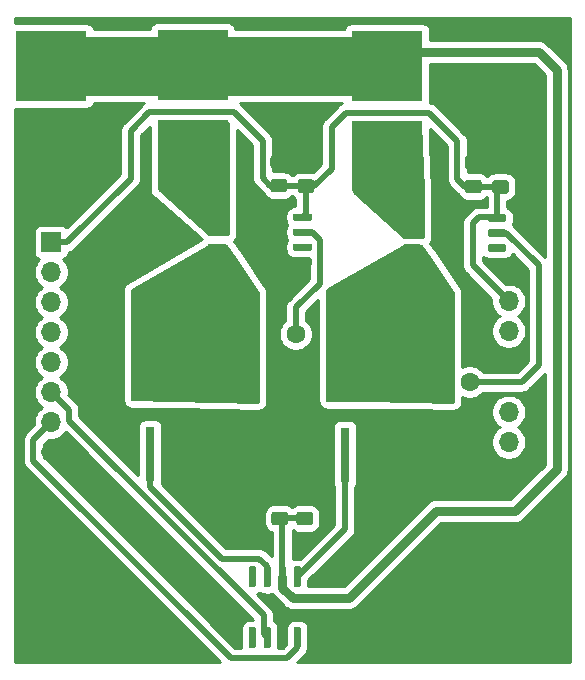
<source format=gbr>
G04 #@! TF.GenerationSoftware,KiCad,Pcbnew,5.1.5+dfsg1-2build2*
G04 #@! TF.CreationDate,2022-04-05T15:01:20-04:00*
G04 #@! TF.ProjectId,maghand,6d616768-616e-4642-9e6b-696361645f70,rev?*
G04 #@! TF.SameCoordinates,Original*
G04 #@! TF.FileFunction,Copper,L1,Top*
G04 #@! TF.FilePolarity,Positive*
%FSLAX46Y46*%
G04 Gerber Fmt 4.6, Leading zero omitted, Abs format (unit mm)*
G04 Created by KiCad (PCBNEW 5.1.5+dfsg1-2build2) date 2022-04-05 15:01:20*
%MOMM*%
%LPD*%
G04 APERTURE LIST*
%ADD10O,1.700000X1.700000*%
%ADD11R,1.700000X1.700000*%
%ADD12C,0.100000*%
%ADD13R,6.000000X6.000000*%
%ADD14R,10.800000X9.400000*%
%ADD15R,0.800000X4.600000*%
%ADD16C,2.000000*%
%ADD17C,1.600000*%
%ADD18C,0.500000*%
%ADD19C,5.000000*%
%ADD20C,0.750000*%
%ADD21C,0.304800*%
%ADD22C,0.254000*%
G04 APERTURE END LIST*
D10*
X126238000Y-52578000D03*
X126238000Y-55118000D03*
D11*
X126238000Y-57658000D03*
D10*
X126238000Y-61976000D03*
X126238000Y-64516000D03*
D11*
X126238000Y-67056000D03*
G04 #@! TA.AperFunction,SMDPad,CuDef*
D12*
G36*
X104685703Y-75036722D02*
G01*
X104700264Y-75038882D01*
X104714543Y-75042459D01*
X104728403Y-75047418D01*
X104741710Y-75053712D01*
X104754336Y-75061280D01*
X104766159Y-75070048D01*
X104777066Y-75079934D01*
X104786952Y-75090841D01*
X104795720Y-75102664D01*
X104803288Y-75115290D01*
X104809582Y-75128597D01*
X104814541Y-75142457D01*
X104818118Y-75156736D01*
X104820278Y-75171297D01*
X104821000Y-75186000D01*
X104821000Y-76636000D01*
X104820278Y-76650703D01*
X104818118Y-76665264D01*
X104814541Y-76679543D01*
X104809582Y-76693403D01*
X104803288Y-76706710D01*
X104795720Y-76719336D01*
X104786952Y-76731159D01*
X104777066Y-76742066D01*
X104766159Y-76751952D01*
X104754336Y-76760720D01*
X104741710Y-76768288D01*
X104728403Y-76774582D01*
X104714543Y-76779541D01*
X104700264Y-76783118D01*
X104685703Y-76785278D01*
X104671000Y-76786000D01*
X104371000Y-76786000D01*
X104356297Y-76785278D01*
X104341736Y-76783118D01*
X104327457Y-76779541D01*
X104313597Y-76774582D01*
X104300290Y-76768288D01*
X104287664Y-76760720D01*
X104275841Y-76751952D01*
X104264934Y-76742066D01*
X104255048Y-76731159D01*
X104246280Y-76719336D01*
X104238712Y-76706710D01*
X104232418Y-76693403D01*
X104227459Y-76679543D01*
X104223882Y-76665264D01*
X104221722Y-76650703D01*
X104221000Y-76636000D01*
X104221000Y-75186000D01*
X104221722Y-75171297D01*
X104223882Y-75156736D01*
X104227459Y-75142457D01*
X104232418Y-75128597D01*
X104238712Y-75115290D01*
X104246280Y-75102664D01*
X104255048Y-75090841D01*
X104264934Y-75079934D01*
X104275841Y-75070048D01*
X104287664Y-75061280D01*
X104300290Y-75053712D01*
X104313597Y-75047418D01*
X104327457Y-75042459D01*
X104341736Y-75038882D01*
X104356297Y-75036722D01*
X104371000Y-75036000D01*
X104671000Y-75036000D01*
X104685703Y-75036722D01*
G37*
G04 #@! TD.AperFunction*
G04 #@! TA.AperFunction,SMDPad,CuDef*
G36*
X105955703Y-75036722D02*
G01*
X105970264Y-75038882D01*
X105984543Y-75042459D01*
X105998403Y-75047418D01*
X106011710Y-75053712D01*
X106024336Y-75061280D01*
X106036159Y-75070048D01*
X106047066Y-75079934D01*
X106056952Y-75090841D01*
X106065720Y-75102664D01*
X106073288Y-75115290D01*
X106079582Y-75128597D01*
X106084541Y-75142457D01*
X106088118Y-75156736D01*
X106090278Y-75171297D01*
X106091000Y-75186000D01*
X106091000Y-76636000D01*
X106090278Y-76650703D01*
X106088118Y-76665264D01*
X106084541Y-76679543D01*
X106079582Y-76693403D01*
X106073288Y-76706710D01*
X106065720Y-76719336D01*
X106056952Y-76731159D01*
X106047066Y-76742066D01*
X106036159Y-76751952D01*
X106024336Y-76760720D01*
X106011710Y-76768288D01*
X105998403Y-76774582D01*
X105984543Y-76779541D01*
X105970264Y-76783118D01*
X105955703Y-76785278D01*
X105941000Y-76786000D01*
X105641000Y-76786000D01*
X105626297Y-76785278D01*
X105611736Y-76783118D01*
X105597457Y-76779541D01*
X105583597Y-76774582D01*
X105570290Y-76768288D01*
X105557664Y-76760720D01*
X105545841Y-76751952D01*
X105534934Y-76742066D01*
X105525048Y-76731159D01*
X105516280Y-76719336D01*
X105508712Y-76706710D01*
X105502418Y-76693403D01*
X105497459Y-76679543D01*
X105493882Y-76665264D01*
X105491722Y-76650703D01*
X105491000Y-76636000D01*
X105491000Y-75186000D01*
X105491722Y-75171297D01*
X105493882Y-75156736D01*
X105497459Y-75142457D01*
X105502418Y-75128597D01*
X105508712Y-75115290D01*
X105516280Y-75102664D01*
X105525048Y-75090841D01*
X105534934Y-75079934D01*
X105545841Y-75070048D01*
X105557664Y-75061280D01*
X105570290Y-75053712D01*
X105583597Y-75047418D01*
X105597457Y-75042459D01*
X105611736Y-75038882D01*
X105626297Y-75036722D01*
X105641000Y-75036000D01*
X105941000Y-75036000D01*
X105955703Y-75036722D01*
G37*
G04 #@! TD.AperFunction*
G04 #@! TA.AperFunction,SMDPad,CuDef*
G36*
X107225703Y-75036722D02*
G01*
X107240264Y-75038882D01*
X107254543Y-75042459D01*
X107268403Y-75047418D01*
X107281710Y-75053712D01*
X107294336Y-75061280D01*
X107306159Y-75070048D01*
X107317066Y-75079934D01*
X107326952Y-75090841D01*
X107335720Y-75102664D01*
X107343288Y-75115290D01*
X107349582Y-75128597D01*
X107354541Y-75142457D01*
X107358118Y-75156736D01*
X107360278Y-75171297D01*
X107361000Y-75186000D01*
X107361000Y-76636000D01*
X107360278Y-76650703D01*
X107358118Y-76665264D01*
X107354541Y-76679543D01*
X107349582Y-76693403D01*
X107343288Y-76706710D01*
X107335720Y-76719336D01*
X107326952Y-76731159D01*
X107317066Y-76742066D01*
X107306159Y-76751952D01*
X107294336Y-76760720D01*
X107281710Y-76768288D01*
X107268403Y-76774582D01*
X107254543Y-76779541D01*
X107240264Y-76783118D01*
X107225703Y-76785278D01*
X107211000Y-76786000D01*
X106911000Y-76786000D01*
X106896297Y-76785278D01*
X106881736Y-76783118D01*
X106867457Y-76779541D01*
X106853597Y-76774582D01*
X106840290Y-76768288D01*
X106827664Y-76760720D01*
X106815841Y-76751952D01*
X106804934Y-76742066D01*
X106795048Y-76731159D01*
X106786280Y-76719336D01*
X106778712Y-76706710D01*
X106772418Y-76693403D01*
X106767459Y-76679543D01*
X106763882Y-76665264D01*
X106761722Y-76650703D01*
X106761000Y-76636000D01*
X106761000Y-75186000D01*
X106761722Y-75171297D01*
X106763882Y-75156736D01*
X106767459Y-75142457D01*
X106772418Y-75128597D01*
X106778712Y-75115290D01*
X106786280Y-75102664D01*
X106795048Y-75090841D01*
X106804934Y-75079934D01*
X106815841Y-75070048D01*
X106827664Y-75061280D01*
X106840290Y-75053712D01*
X106853597Y-75047418D01*
X106867457Y-75042459D01*
X106881736Y-75038882D01*
X106896297Y-75036722D01*
X106911000Y-75036000D01*
X107211000Y-75036000D01*
X107225703Y-75036722D01*
G37*
G04 #@! TD.AperFunction*
G04 #@! TA.AperFunction,SMDPad,CuDef*
G36*
X108495703Y-75036722D02*
G01*
X108510264Y-75038882D01*
X108524543Y-75042459D01*
X108538403Y-75047418D01*
X108551710Y-75053712D01*
X108564336Y-75061280D01*
X108576159Y-75070048D01*
X108587066Y-75079934D01*
X108596952Y-75090841D01*
X108605720Y-75102664D01*
X108613288Y-75115290D01*
X108619582Y-75128597D01*
X108624541Y-75142457D01*
X108628118Y-75156736D01*
X108630278Y-75171297D01*
X108631000Y-75186000D01*
X108631000Y-76636000D01*
X108630278Y-76650703D01*
X108628118Y-76665264D01*
X108624541Y-76679543D01*
X108619582Y-76693403D01*
X108613288Y-76706710D01*
X108605720Y-76719336D01*
X108596952Y-76731159D01*
X108587066Y-76742066D01*
X108576159Y-76751952D01*
X108564336Y-76760720D01*
X108551710Y-76768288D01*
X108538403Y-76774582D01*
X108524543Y-76779541D01*
X108510264Y-76783118D01*
X108495703Y-76785278D01*
X108481000Y-76786000D01*
X108181000Y-76786000D01*
X108166297Y-76785278D01*
X108151736Y-76783118D01*
X108137457Y-76779541D01*
X108123597Y-76774582D01*
X108110290Y-76768288D01*
X108097664Y-76760720D01*
X108085841Y-76751952D01*
X108074934Y-76742066D01*
X108065048Y-76731159D01*
X108056280Y-76719336D01*
X108048712Y-76706710D01*
X108042418Y-76693403D01*
X108037459Y-76679543D01*
X108033882Y-76665264D01*
X108031722Y-76650703D01*
X108031000Y-76636000D01*
X108031000Y-75186000D01*
X108031722Y-75171297D01*
X108033882Y-75156736D01*
X108037459Y-75142457D01*
X108042418Y-75128597D01*
X108048712Y-75115290D01*
X108056280Y-75102664D01*
X108065048Y-75090841D01*
X108074934Y-75079934D01*
X108085841Y-75070048D01*
X108097664Y-75061280D01*
X108110290Y-75053712D01*
X108123597Y-75047418D01*
X108137457Y-75042459D01*
X108151736Y-75038882D01*
X108166297Y-75036722D01*
X108181000Y-75036000D01*
X108481000Y-75036000D01*
X108495703Y-75036722D01*
G37*
G04 #@! TD.AperFunction*
G04 #@! TA.AperFunction,SMDPad,CuDef*
G36*
X108495703Y-80186722D02*
G01*
X108510264Y-80188882D01*
X108524543Y-80192459D01*
X108538403Y-80197418D01*
X108551710Y-80203712D01*
X108564336Y-80211280D01*
X108576159Y-80220048D01*
X108587066Y-80229934D01*
X108596952Y-80240841D01*
X108605720Y-80252664D01*
X108613288Y-80265290D01*
X108619582Y-80278597D01*
X108624541Y-80292457D01*
X108628118Y-80306736D01*
X108630278Y-80321297D01*
X108631000Y-80336000D01*
X108631000Y-81786000D01*
X108630278Y-81800703D01*
X108628118Y-81815264D01*
X108624541Y-81829543D01*
X108619582Y-81843403D01*
X108613288Y-81856710D01*
X108605720Y-81869336D01*
X108596952Y-81881159D01*
X108587066Y-81892066D01*
X108576159Y-81901952D01*
X108564336Y-81910720D01*
X108551710Y-81918288D01*
X108538403Y-81924582D01*
X108524543Y-81929541D01*
X108510264Y-81933118D01*
X108495703Y-81935278D01*
X108481000Y-81936000D01*
X108181000Y-81936000D01*
X108166297Y-81935278D01*
X108151736Y-81933118D01*
X108137457Y-81929541D01*
X108123597Y-81924582D01*
X108110290Y-81918288D01*
X108097664Y-81910720D01*
X108085841Y-81901952D01*
X108074934Y-81892066D01*
X108065048Y-81881159D01*
X108056280Y-81869336D01*
X108048712Y-81856710D01*
X108042418Y-81843403D01*
X108037459Y-81829543D01*
X108033882Y-81815264D01*
X108031722Y-81800703D01*
X108031000Y-81786000D01*
X108031000Y-80336000D01*
X108031722Y-80321297D01*
X108033882Y-80306736D01*
X108037459Y-80292457D01*
X108042418Y-80278597D01*
X108048712Y-80265290D01*
X108056280Y-80252664D01*
X108065048Y-80240841D01*
X108074934Y-80229934D01*
X108085841Y-80220048D01*
X108097664Y-80211280D01*
X108110290Y-80203712D01*
X108123597Y-80197418D01*
X108137457Y-80192459D01*
X108151736Y-80188882D01*
X108166297Y-80186722D01*
X108181000Y-80186000D01*
X108481000Y-80186000D01*
X108495703Y-80186722D01*
G37*
G04 #@! TD.AperFunction*
G04 #@! TA.AperFunction,SMDPad,CuDef*
G36*
X107225703Y-80186722D02*
G01*
X107240264Y-80188882D01*
X107254543Y-80192459D01*
X107268403Y-80197418D01*
X107281710Y-80203712D01*
X107294336Y-80211280D01*
X107306159Y-80220048D01*
X107317066Y-80229934D01*
X107326952Y-80240841D01*
X107335720Y-80252664D01*
X107343288Y-80265290D01*
X107349582Y-80278597D01*
X107354541Y-80292457D01*
X107358118Y-80306736D01*
X107360278Y-80321297D01*
X107361000Y-80336000D01*
X107361000Y-81786000D01*
X107360278Y-81800703D01*
X107358118Y-81815264D01*
X107354541Y-81829543D01*
X107349582Y-81843403D01*
X107343288Y-81856710D01*
X107335720Y-81869336D01*
X107326952Y-81881159D01*
X107317066Y-81892066D01*
X107306159Y-81901952D01*
X107294336Y-81910720D01*
X107281710Y-81918288D01*
X107268403Y-81924582D01*
X107254543Y-81929541D01*
X107240264Y-81933118D01*
X107225703Y-81935278D01*
X107211000Y-81936000D01*
X106911000Y-81936000D01*
X106896297Y-81935278D01*
X106881736Y-81933118D01*
X106867457Y-81929541D01*
X106853597Y-81924582D01*
X106840290Y-81918288D01*
X106827664Y-81910720D01*
X106815841Y-81901952D01*
X106804934Y-81892066D01*
X106795048Y-81881159D01*
X106786280Y-81869336D01*
X106778712Y-81856710D01*
X106772418Y-81843403D01*
X106767459Y-81829543D01*
X106763882Y-81815264D01*
X106761722Y-81800703D01*
X106761000Y-81786000D01*
X106761000Y-80336000D01*
X106761722Y-80321297D01*
X106763882Y-80306736D01*
X106767459Y-80292457D01*
X106772418Y-80278597D01*
X106778712Y-80265290D01*
X106786280Y-80252664D01*
X106795048Y-80240841D01*
X106804934Y-80229934D01*
X106815841Y-80220048D01*
X106827664Y-80211280D01*
X106840290Y-80203712D01*
X106853597Y-80197418D01*
X106867457Y-80192459D01*
X106881736Y-80188882D01*
X106896297Y-80186722D01*
X106911000Y-80186000D01*
X107211000Y-80186000D01*
X107225703Y-80186722D01*
G37*
G04 #@! TD.AperFunction*
G04 #@! TA.AperFunction,SMDPad,CuDef*
G36*
X105955703Y-80186722D02*
G01*
X105970264Y-80188882D01*
X105984543Y-80192459D01*
X105998403Y-80197418D01*
X106011710Y-80203712D01*
X106024336Y-80211280D01*
X106036159Y-80220048D01*
X106047066Y-80229934D01*
X106056952Y-80240841D01*
X106065720Y-80252664D01*
X106073288Y-80265290D01*
X106079582Y-80278597D01*
X106084541Y-80292457D01*
X106088118Y-80306736D01*
X106090278Y-80321297D01*
X106091000Y-80336000D01*
X106091000Y-81786000D01*
X106090278Y-81800703D01*
X106088118Y-81815264D01*
X106084541Y-81829543D01*
X106079582Y-81843403D01*
X106073288Y-81856710D01*
X106065720Y-81869336D01*
X106056952Y-81881159D01*
X106047066Y-81892066D01*
X106036159Y-81901952D01*
X106024336Y-81910720D01*
X106011710Y-81918288D01*
X105998403Y-81924582D01*
X105984543Y-81929541D01*
X105970264Y-81933118D01*
X105955703Y-81935278D01*
X105941000Y-81936000D01*
X105641000Y-81936000D01*
X105626297Y-81935278D01*
X105611736Y-81933118D01*
X105597457Y-81929541D01*
X105583597Y-81924582D01*
X105570290Y-81918288D01*
X105557664Y-81910720D01*
X105545841Y-81901952D01*
X105534934Y-81892066D01*
X105525048Y-81881159D01*
X105516280Y-81869336D01*
X105508712Y-81856710D01*
X105502418Y-81843403D01*
X105497459Y-81829543D01*
X105493882Y-81815264D01*
X105491722Y-81800703D01*
X105491000Y-81786000D01*
X105491000Y-80336000D01*
X105491722Y-80321297D01*
X105493882Y-80306736D01*
X105497459Y-80292457D01*
X105502418Y-80278597D01*
X105508712Y-80265290D01*
X105516280Y-80252664D01*
X105525048Y-80240841D01*
X105534934Y-80229934D01*
X105545841Y-80220048D01*
X105557664Y-80211280D01*
X105570290Y-80203712D01*
X105583597Y-80197418D01*
X105597457Y-80192459D01*
X105611736Y-80188882D01*
X105626297Y-80186722D01*
X105641000Y-80186000D01*
X105941000Y-80186000D01*
X105955703Y-80186722D01*
G37*
G04 #@! TD.AperFunction*
G04 #@! TA.AperFunction,SMDPad,CuDef*
G36*
X104685703Y-80186722D02*
G01*
X104700264Y-80188882D01*
X104714543Y-80192459D01*
X104728403Y-80197418D01*
X104741710Y-80203712D01*
X104754336Y-80211280D01*
X104766159Y-80220048D01*
X104777066Y-80229934D01*
X104786952Y-80240841D01*
X104795720Y-80252664D01*
X104803288Y-80265290D01*
X104809582Y-80278597D01*
X104814541Y-80292457D01*
X104818118Y-80306736D01*
X104820278Y-80321297D01*
X104821000Y-80336000D01*
X104821000Y-81786000D01*
X104820278Y-81800703D01*
X104818118Y-81815264D01*
X104814541Y-81829543D01*
X104809582Y-81843403D01*
X104803288Y-81856710D01*
X104795720Y-81869336D01*
X104786952Y-81881159D01*
X104777066Y-81892066D01*
X104766159Y-81901952D01*
X104754336Y-81910720D01*
X104741710Y-81918288D01*
X104728403Y-81924582D01*
X104714543Y-81929541D01*
X104700264Y-81933118D01*
X104685703Y-81935278D01*
X104671000Y-81936000D01*
X104371000Y-81936000D01*
X104356297Y-81935278D01*
X104341736Y-81933118D01*
X104327457Y-81929541D01*
X104313597Y-81924582D01*
X104300290Y-81918288D01*
X104287664Y-81910720D01*
X104275841Y-81901952D01*
X104264934Y-81892066D01*
X104255048Y-81881159D01*
X104246280Y-81869336D01*
X104238712Y-81856710D01*
X104232418Y-81843403D01*
X104227459Y-81829543D01*
X104223882Y-81815264D01*
X104221722Y-81800703D01*
X104221000Y-81786000D01*
X104221000Y-80336000D01*
X104221722Y-80321297D01*
X104223882Y-80306736D01*
X104227459Y-80292457D01*
X104232418Y-80278597D01*
X104238712Y-80265290D01*
X104246280Y-80252664D01*
X104255048Y-80240841D01*
X104264934Y-80229934D01*
X104275841Y-80220048D01*
X104287664Y-80211280D01*
X104300290Y-80203712D01*
X104313597Y-80197418D01*
X104327457Y-80192459D01*
X104341736Y-80188882D01*
X104356297Y-80186722D01*
X104371000Y-80186000D01*
X104671000Y-80186000D01*
X104685703Y-80186722D01*
G37*
G04 #@! TD.AperFunction*
D13*
X99474000Y-32610000D03*
X99474000Y-40230000D03*
X115952000Y-32680000D03*
X115952000Y-40300000D03*
X87500000Y-40300000D03*
X87500000Y-32680000D03*
D10*
X87500000Y-65370000D03*
X87500000Y-62830000D03*
X87500000Y-60290000D03*
X87500000Y-57750000D03*
X87500000Y-55210000D03*
X87500000Y-52670000D03*
X87500000Y-50130000D03*
D11*
X87500000Y-47590000D03*
G04 #@! TA.AperFunction,SMDPad,CuDef*
D12*
G36*
X125916703Y-45245722D02*
G01*
X125931264Y-45247882D01*
X125945543Y-45251459D01*
X125959403Y-45256418D01*
X125972710Y-45262712D01*
X125985336Y-45270280D01*
X125997159Y-45279048D01*
X126008066Y-45288934D01*
X126017952Y-45299841D01*
X126026720Y-45311664D01*
X126034288Y-45324290D01*
X126040582Y-45337597D01*
X126045541Y-45351457D01*
X126049118Y-45365736D01*
X126051278Y-45380297D01*
X126052000Y-45395000D01*
X126052000Y-45695000D01*
X126051278Y-45709703D01*
X126049118Y-45724264D01*
X126045541Y-45738543D01*
X126040582Y-45752403D01*
X126034288Y-45765710D01*
X126026720Y-45778336D01*
X126017952Y-45790159D01*
X126008066Y-45801066D01*
X125997159Y-45810952D01*
X125985336Y-45819720D01*
X125972710Y-45827288D01*
X125959403Y-45833582D01*
X125945543Y-45838541D01*
X125931264Y-45842118D01*
X125916703Y-45844278D01*
X125902000Y-45845000D01*
X124602000Y-45845000D01*
X124587297Y-45844278D01*
X124572736Y-45842118D01*
X124558457Y-45838541D01*
X124544597Y-45833582D01*
X124531290Y-45827288D01*
X124518664Y-45819720D01*
X124506841Y-45810952D01*
X124495934Y-45801066D01*
X124486048Y-45790159D01*
X124477280Y-45778336D01*
X124469712Y-45765710D01*
X124463418Y-45752403D01*
X124458459Y-45738543D01*
X124454882Y-45724264D01*
X124452722Y-45709703D01*
X124452000Y-45695000D01*
X124452000Y-45395000D01*
X124452722Y-45380297D01*
X124454882Y-45365736D01*
X124458459Y-45351457D01*
X124463418Y-45337597D01*
X124469712Y-45324290D01*
X124477280Y-45311664D01*
X124486048Y-45299841D01*
X124495934Y-45288934D01*
X124506841Y-45279048D01*
X124518664Y-45270280D01*
X124531290Y-45262712D01*
X124544597Y-45256418D01*
X124558457Y-45251459D01*
X124572736Y-45247882D01*
X124587297Y-45245722D01*
X124602000Y-45245000D01*
X125902000Y-45245000D01*
X125916703Y-45245722D01*
G37*
G04 #@! TD.AperFunction*
G04 #@! TA.AperFunction,SMDPad,CuDef*
G36*
X125916703Y-46515722D02*
G01*
X125931264Y-46517882D01*
X125945543Y-46521459D01*
X125959403Y-46526418D01*
X125972710Y-46532712D01*
X125985336Y-46540280D01*
X125997159Y-46549048D01*
X126008066Y-46558934D01*
X126017952Y-46569841D01*
X126026720Y-46581664D01*
X126034288Y-46594290D01*
X126040582Y-46607597D01*
X126045541Y-46621457D01*
X126049118Y-46635736D01*
X126051278Y-46650297D01*
X126052000Y-46665000D01*
X126052000Y-46965000D01*
X126051278Y-46979703D01*
X126049118Y-46994264D01*
X126045541Y-47008543D01*
X126040582Y-47022403D01*
X126034288Y-47035710D01*
X126026720Y-47048336D01*
X126017952Y-47060159D01*
X126008066Y-47071066D01*
X125997159Y-47080952D01*
X125985336Y-47089720D01*
X125972710Y-47097288D01*
X125959403Y-47103582D01*
X125945543Y-47108541D01*
X125931264Y-47112118D01*
X125916703Y-47114278D01*
X125902000Y-47115000D01*
X124602000Y-47115000D01*
X124587297Y-47114278D01*
X124572736Y-47112118D01*
X124558457Y-47108541D01*
X124544597Y-47103582D01*
X124531290Y-47097288D01*
X124518664Y-47089720D01*
X124506841Y-47080952D01*
X124495934Y-47071066D01*
X124486048Y-47060159D01*
X124477280Y-47048336D01*
X124469712Y-47035710D01*
X124463418Y-47022403D01*
X124458459Y-47008543D01*
X124454882Y-46994264D01*
X124452722Y-46979703D01*
X124452000Y-46965000D01*
X124452000Y-46665000D01*
X124452722Y-46650297D01*
X124454882Y-46635736D01*
X124458459Y-46621457D01*
X124463418Y-46607597D01*
X124469712Y-46594290D01*
X124477280Y-46581664D01*
X124486048Y-46569841D01*
X124495934Y-46558934D01*
X124506841Y-46549048D01*
X124518664Y-46540280D01*
X124531290Y-46532712D01*
X124544597Y-46526418D01*
X124558457Y-46521459D01*
X124572736Y-46517882D01*
X124587297Y-46515722D01*
X124602000Y-46515000D01*
X125902000Y-46515000D01*
X125916703Y-46515722D01*
G37*
G04 #@! TD.AperFunction*
G04 #@! TA.AperFunction,SMDPad,CuDef*
G36*
X125916703Y-47785722D02*
G01*
X125931264Y-47787882D01*
X125945543Y-47791459D01*
X125959403Y-47796418D01*
X125972710Y-47802712D01*
X125985336Y-47810280D01*
X125997159Y-47819048D01*
X126008066Y-47828934D01*
X126017952Y-47839841D01*
X126026720Y-47851664D01*
X126034288Y-47864290D01*
X126040582Y-47877597D01*
X126045541Y-47891457D01*
X126049118Y-47905736D01*
X126051278Y-47920297D01*
X126052000Y-47935000D01*
X126052000Y-48235000D01*
X126051278Y-48249703D01*
X126049118Y-48264264D01*
X126045541Y-48278543D01*
X126040582Y-48292403D01*
X126034288Y-48305710D01*
X126026720Y-48318336D01*
X126017952Y-48330159D01*
X126008066Y-48341066D01*
X125997159Y-48350952D01*
X125985336Y-48359720D01*
X125972710Y-48367288D01*
X125959403Y-48373582D01*
X125945543Y-48378541D01*
X125931264Y-48382118D01*
X125916703Y-48384278D01*
X125902000Y-48385000D01*
X124602000Y-48385000D01*
X124587297Y-48384278D01*
X124572736Y-48382118D01*
X124558457Y-48378541D01*
X124544597Y-48373582D01*
X124531290Y-48367288D01*
X124518664Y-48359720D01*
X124506841Y-48350952D01*
X124495934Y-48341066D01*
X124486048Y-48330159D01*
X124477280Y-48318336D01*
X124469712Y-48305710D01*
X124463418Y-48292403D01*
X124458459Y-48278543D01*
X124454882Y-48264264D01*
X124452722Y-48249703D01*
X124452000Y-48235000D01*
X124452000Y-47935000D01*
X124452722Y-47920297D01*
X124454882Y-47905736D01*
X124458459Y-47891457D01*
X124463418Y-47877597D01*
X124469712Y-47864290D01*
X124477280Y-47851664D01*
X124486048Y-47839841D01*
X124495934Y-47828934D01*
X124506841Y-47819048D01*
X124518664Y-47810280D01*
X124531290Y-47802712D01*
X124544597Y-47796418D01*
X124558457Y-47791459D01*
X124572736Y-47787882D01*
X124587297Y-47785722D01*
X124602000Y-47785000D01*
X125902000Y-47785000D01*
X125916703Y-47785722D01*
G37*
G04 #@! TD.AperFunction*
G04 #@! TA.AperFunction,SMDPad,CuDef*
G36*
X125916703Y-49055722D02*
G01*
X125931264Y-49057882D01*
X125945543Y-49061459D01*
X125959403Y-49066418D01*
X125972710Y-49072712D01*
X125985336Y-49080280D01*
X125997159Y-49089048D01*
X126008066Y-49098934D01*
X126017952Y-49109841D01*
X126026720Y-49121664D01*
X126034288Y-49134290D01*
X126040582Y-49147597D01*
X126045541Y-49161457D01*
X126049118Y-49175736D01*
X126051278Y-49190297D01*
X126052000Y-49205000D01*
X126052000Y-49505000D01*
X126051278Y-49519703D01*
X126049118Y-49534264D01*
X126045541Y-49548543D01*
X126040582Y-49562403D01*
X126034288Y-49575710D01*
X126026720Y-49588336D01*
X126017952Y-49600159D01*
X126008066Y-49611066D01*
X125997159Y-49620952D01*
X125985336Y-49629720D01*
X125972710Y-49637288D01*
X125959403Y-49643582D01*
X125945543Y-49648541D01*
X125931264Y-49652118D01*
X125916703Y-49654278D01*
X125902000Y-49655000D01*
X124602000Y-49655000D01*
X124587297Y-49654278D01*
X124572736Y-49652118D01*
X124558457Y-49648541D01*
X124544597Y-49643582D01*
X124531290Y-49637288D01*
X124518664Y-49629720D01*
X124506841Y-49620952D01*
X124495934Y-49611066D01*
X124486048Y-49600159D01*
X124477280Y-49588336D01*
X124469712Y-49575710D01*
X124463418Y-49562403D01*
X124458459Y-49548543D01*
X124454882Y-49534264D01*
X124452722Y-49519703D01*
X124452000Y-49505000D01*
X124452000Y-49205000D01*
X124452722Y-49190297D01*
X124454882Y-49175736D01*
X124458459Y-49161457D01*
X124463418Y-49147597D01*
X124469712Y-49134290D01*
X124477280Y-49121664D01*
X124486048Y-49109841D01*
X124495934Y-49098934D01*
X124506841Y-49089048D01*
X124518664Y-49080280D01*
X124531290Y-49072712D01*
X124544597Y-49066418D01*
X124558457Y-49061459D01*
X124572736Y-49057882D01*
X124587297Y-49055722D01*
X124602000Y-49055000D01*
X125902000Y-49055000D01*
X125916703Y-49055722D01*
G37*
G04 #@! TD.AperFunction*
G04 #@! TA.AperFunction,SMDPad,CuDef*
G36*
X118716703Y-49055722D02*
G01*
X118731264Y-49057882D01*
X118745543Y-49061459D01*
X118759403Y-49066418D01*
X118772710Y-49072712D01*
X118785336Y-49080280D01*
X118797159Y-49089048D01*
X118808066Y-49098934D01*
X118817952Y-49109841D01*
X118826720Y-49121664D01*
X118834288Y-49134290D01*
X118840582Y-49147597D01*
X118845541Y-49161457D01*
X118849118Y-49175736D01*
X118851278Y-49190297D01*
X118852000Y-49205000D01*
X118852000Y-49505000D01*
X118851278Y-49519703D01*
X118849118Y-49534264D01*
X118845541Y-49548543D01*
X118840582Y-49562403D01*
X118834288Y-49575710D01*
X118826720Y-49588336D01*
X118817952Y-49600159D01*
X118808066Y-49611066D01*
X118797159Y-49620952D01*
X118785336Y-49629720D01*
X118772710Y-49637288D01*
X118759403Y-49643582D01*
X118745543Y-49648541D01*
X118731264Y-49652118D01*
X118716703Y-49654278D01*
X118702000Y-49655000D01*
X117402000Y-49655000D01*
X117387297Y-49654278D01*
X117372736Y-49652118D01*
X117358457Y-49648541D01*
X117344597Y-49643582D01*
X117331290Y-49637288D01*
X117318664Y-49629720D01*
X117306841Y-49620952D01*
X117295934Y-49611066D01*
X117286048Y-49600159D01*
X117277280Y-49588336D01*
X117269712Y-49575710D01*
X117263418Y-49562403D01*
X117258459Y-49548543D01*
X117254882Y-49534264D01*
X117252722Y-49519703D01*
X117252000Y-49505000D01*
X117252000Y-49205000D01*
X117252722Y-49190297D01*
X117254882Y-49175736D01*
X117258459Y-49161457D01*
X117263418Y-49147597D01*
X117269712Y-49134290D01*
X117277280Y-49121664D01*
X117286048Y-49109841D01*
X117295934Y-49098934D01*
X117306841Y-49089048D01*
X117318664Y-49080280D01*
X117331290Y-49072712D01*
X117344597Y-49066418D01*
X117358457Y-49061459D01*
X117372736Y-49057882D01*
X117387297Y-49055722D01*
X117402000Y-49055000D01*
X118702000Y-49055000D01*
X118716703Y-49055722D01*
G37*
G04 #@! TD.AperFunction*
G04 #@! TA.AperFunction,SMDPad,CuDef*
G36*
X118716703Y-47785722D02*
G01*
X118731264Y-47787882D01*
X118745543Y-47791459D01*
X118759403Y-47796418D01*
X118772710Y-47802712D01*
X118785336Y-47810280D01*
X118797159Y-47819048D01*
X118808066Y-47828934D01*
X118817952Y-47839841D01*
X118826720Y-47851664D01*
X118834288Y-47864290D01*
X118840582Y-47877597D01*
X118845541Y-47891457D01*
X118849118Y-47905736D01*
X118851278Y-47920297D01*
X118852000Y-47935000D01*
X118852000Y-48235000D01*
X118851278Y-48249703D01*
X118849118Y-48264264D01*
X118845541Y-48278543D01*
X118840582Y-48292403D01*
X118834288Y-48305710D01*
X118826720Y-48318336D01*
X118817952Y-48330159D01*
X118808066Y-48341066D01*
X118797159Y-48350952D01*
X118785336Y-48359720D01*
X118772710Y-48367288D01*
X118759403Y-48373582D01*
X118745543Y-48378541D01*
X118731264Y-48382118D01*
X118716703Y-48384278D01*
X118702000Y-48385000D01*
X117402000Y-48385000D01*
X117387297Y-48384278D01*
X117372736Y-48382118D01*
X117358457Y-48378541D01*
X117344597Y-48373582D01*
X117331290Y-48367288D01*
X117318664Y-48359720D01*
X117306841Y-48350952D01*
X117295934Y-48341066D01*
X117286048Y-48330159D01*
X117277280Y-48318336D01*
X117269712Y-48305710D01*
X117263418Y-48292403D01*
X117258459Y-48278543D01*
X117254882Y-48264264D01*
X117252722Y-48249703D01*
X117252000Y-48235000D01*
X117252000Y-47935000D01*
X117252722Y-47920297D01*
X117254882Y-47905736D01*
X117258459Y-47891457D01*
X117263418Y-47877597D01*
X117269712Y-47864290D01*
X117277280Y-47851664D01*
X117286048Y-47839841D01*
X117295934Y-47828934D01*
X117306841Y-47819048D01*
X117318664Y-47810280D01*
X117331290Y-47802712D01*
X117344597Y-47796418D01*
X117358457Y-47791459D01*
X117372736Y-47787882D01*
X117387297Y-47785722D01*
X117402000Y-47785000D01*
X118702000Y-47785000D01*
X118716703Y-47785722D01*
G37*
G04 #@! TD.AperFunction*
G04 #@! TA.AperFunction,SMDPad,CuDef*
G36*
X118716703Y-46515722D02*
G01*
X118731264Y-46517882D01*
X118745543Y-46521459D01*
X118759403Y-46526418D01*
X118772710Y-46532712D01*
X118785336Y-46540280D01*
X118797159Y-46549048D01*
X118808066Y-46558934D01*
X118817952Y-46569841D01*
X118826720Y-46581664D01*
X118834288Y-46594290D01*
X118840582Y-46607597D01*
X118845541Y-46621457D01*
X118849118Y-46635736D01*
X118851278Y-46650297D01*
X118852000Y-46665000D01*
X118852000Y-46965000D01*
X118851278Y-46979703D01*
X118849118Y-46994264D01*
X118845541Y-47008543D01*
X118840582Y-47022403D01*
X118834288Y-47035710D01*
X118826720Y-47048336D01*
X118817952Y-47060159D01*
X118808066Y-47071066D01*
X118797159Y-47080952D01*
X118785336Y-47089720D01*
X118772710Y-47097288D01*
X118759403Y-47103582D01*
X118745543Y-47108541D01*
X118731264Y-47112118D01*
X118716703Y-47114278D01*
X118702000Y-47115000D01*
X117402000Y-47115000D01*
X117387297Y-47114278D01*
X117372736Y-47112118D01*
X117358457Y-47108541D01*
X117344597Y-47103582D01*
X117331290Y-47097288D01*
X117318664Y-47089720D01*
X117306841Y-47080952D01*
X117295934Y-47071066D01*
X117286048Y-47060159D01*
X117277280Y-47048336D01*
X117269712Y-47035710D01*
X117263418Y-47022403D01*
X117258459Y-47008543D01*
X117254882Y-46994264D01*
X117252722Y-46979703D01*
X117252000Y-46965000D01*
X117252000Y-46665000D01*
X117252722Y-46650297D01*
X117254882Y-46635736D01*
X117258459Y-46621457D01*
X117263418Y-46607597D01*
X117269712Y-46594290D01*
X117277280Y-46581664D01*
X117286048Y-46569841D01*
X117295934Y-46558934D01*
X117306841Y-46549048D01*
X117318664Y-46540280D01*
X117331290Y-46532712D01*
X117344597Y-46526418D01*
X117358457Y-46521459D01*
X117372736Y-46517882D01*
X117387297Y-46515722D01*
X117402000Y-46515000D01*
X118702000Y-46515000D01*
X118716703Y-46515722D01*
G37*
G04 #@! TD.AperFunction*
G04 #@! TA.AperFunction,SMDPad,CuDef*
G36*
X118716703Y-45245722D02*
G01*
X118731264Y-45247882D01*
X118745543Y-45251459D01*
X118759403Y-45256418D01*
X118772710Y-45262712D01*
X118785336Y-45270280D01*
X118797159Y-45279048D01*
X118808066Y-45288934D01*
X118817952Y-45299841D01*
X118826720Y-45311664D01*
X118834288Y-45324290D01*
X118840582Y-45337597D01*
X118845541Y-45351457D01*
X118849118Y-45365736D01*
X118851278Y-45380297D01*
X118852000Y-45395000D01*
X118852000Y-45695000D01*
X118851278Y-45709703D01*
X118849118Y-45724264D01*
X118845541Y-45738543D01*
X118840582Y-45752403D01*
X118834288Y-45765710D01*
X118826720Y-45778336D01*
X118817952Y-45790159D01*
X118808066Y-45801066D01*
X118797159Y-45810952D01*
X118785336Y-45819720D01*
X118772710Y-45827288D01*
X118759403Y-45833582D01*
X118745543Y-45838541D01*
X118731264Y-45842118D01*
X118716703Y-45844278D01*
X118702000Y-45845000D01*
X117402000Y-45845000D01*
X117387297Y-45844278D01*
X117372736Y-45842118D01*
X117358457Y-45838541D01*
X117344597Y-45833582D01*
X117331290Y-45827288D01*
X117318664Y-45819720D01*
X117306841Y-45810952D01*
X117295934Y-45801066D01*
X117286048Y-45790159D01*
X117277280Y-45778336D01*
X117269712Y-45765710D01*
X117263418Y-45752403D01*
X117258459Y-45738543D01*
X117254882Y-45724264D01*
X117252722Y-45709703D01*
X117252000Y-45695000D01*
X117252000Y-45395000D01*
X117252722Y-45380297D01*
X117254882Y-45365736D01*
X117258459Y-45351457D01*
X117263418Y-45337597D01*
X117269712Y-45324290D01*
X117277280Y-45311664D01*
X117286048Y-45299841D01*
X117295934Y-45288934D01*
X117306841Y-45279048D01*
X117318664Y-45270280D01*
X117331290Y-45262712D01*
X117344597Y-45256418D01*
X117358457Y-45251459D01*
X117372736Y-45247882D01*
X117387297Y-45245722D01*
X117402000Y-45245000D01*
X118702000Y-45245000D01*
X118716703Y-45245722D01*
G37*
G04 #@! TD.AperFunction*
G04 #@! TA.AperFunction,SMDPad,CuDef*
G36*
X109438703Y-45175722D02*
G01*
X109453264Y-45177882D01*
X109467543Y-45181459D01*
X109481403Y-45186418D01*
X109494710Y-45192712D01*
X109507336Y-45200280D01*
X109519159Y-45209048D01*
X109530066Y-45218934D01*
X109539952Y-45229841D01*
X109548720Y-45241664D01*
X109556288Y-45254290D01*
X109562582Y-45267597D01*
X109567541Y-45281457D01*
X109571118Y-45295736D01*
X109573278Y-45310297D01*
X109574000Y-45325000D01*
X109574000Y-45625000D01*
X109573278Y-45639703D01*
X109571118Y-45654264D01*
X109567541Y-45668543D01*
X109562582Y-45682403D01*
X109556288Y-45695710D01*
X109548720Y-45708336D01*
X109539952Y-45720159D01*
X109530066Y-45731066D01*
X109519159Y-45740952D01*
X109507336Y-45749720D01*
X109494710Y-45757288D01*
X109481403Y-45763582D01*
X109467543Y-45768541D01*
X109453264Y-45772118D01*
X109438703Y-45774278D01*
X109424000Y-45775000D01*
X108124000Y-45775000D01*
X108109297Y-45774278D01*
X108094736Y-45772118D01*
X108080457Y-45768541D01*
X108066597Y-45763582D01*
X108053290Y-45757288D01*
X108040664Y-45749720D01*
X108028841Y-45740952D01*
X108017934Y-45731066D01*
X108008048Y-45720159D01*
X107999280Y-45708336D01*
X107991712Y-45695710D01*
X107985418Y-45682403D01*
X107980459Y-45668543D01*
X107976882Y-45654264D01*
X107974722Y-45639703D01*
X107974000Y-45625000D01*
X107974000Y-45325000D01*
X107974722Y-45310297D01*
X107976882Y-45295736D01*
X107980459Y-45281457D01*
X107985418Y-45267597D01*
X107991712Y-45254290D01*
X107999280Y-45241664D01*
X108008048Y-45229841D01*
X108017934Y-45218934D01*
X108028841Y-45209048D01*
X108040664Y-45200280D01*
X108053290Y-45192712D01*
X108066597Y-45186418D01*
X108080457Y-45181459D01*
X108094736Y-45177882D01*
X108109297Y-45175722D01*
X108124000Y-45175000D01*
X109424000Y-45175000D01*
X109438703Y-45175722D01*
G37*
G04 #@! TD.AperFunction*
G04 #@! TA.AperFunction,SMDPad,CuDef*
G36*
X109438703Y-46445722D02*
G01*
X109453264Y-46447882D01*
X109467543Y-46451459D01*
X109481403Y-46456418D01*
X109494710Y-46462712D01*
X109507336Y-46470280D01*
X109519159Y-46479048D01*
X109530066Y-46488934D01*
X109539952Y-46499841D01*
X109548720Y-46511664D01*
X109556288Y-46524290D01*
X109562582Y-46537597D01*
X109567541Y-46551457D01*
X109571118Y-46565736D01*
X109573278Y-46580297D01*
X109574000Y-46595000D01*
X109574000Y-46895000D01*
X109573278Y-46909703D01*
X109571118Y-46924264D01*
X109567541Y-46938543D01*
X109562582Y-46952403D01*
X109556288Y-46965710D01*
X109548720Y-46978336D01*
X109539952Y-46990159D01*
X109530066Y-47001066D01*
X109519159Y-47010952D01*
X109507336Y-47019720D01*
X109494710Y-47027288D01*
X109481403Y-47033582D01*
X109467543Y-47038541D01*
X109453264Y-47042118D01*
X109438703Y-47044278D01*
X109424000Y-47045000D01*
X108124000Y-47045000D01*
X108109297Y-47044278D01*
X108094736Y-47042118D01*
X108080457Y-47038541D01*
X108066597Y-47033582D01*
X108053290Y-47027288D01*
X108040664Y-47019720D01*
X108028841Y-47010952D01*
X108017934Y-47001066D01*
X108008048Y-46990159D01*
X107999280Y-46978336D01*
X107991712Y-46965710D01*
X107985418Y-46952403D01*
X107980459Y-46938543D01*
X107976882Y-46924264D01*
X107974722Y-46909703D01*
X107974000Y-46895000D01*
X107974000Y-46595000D01*
X107974722Y-46580297D01*
X107976882Y-46565736D01*
X107980459Y-46551457D01*
X107985418Y-46537597D01*
X107991712Y-46524290D01*
X107999280Y-46511664D01*
X108008048Y-46499841D01*
X108017934Y-46488934D01*
X108028841Y-46479048D01*
X108040664Y-46470280D01*
X108053290Y-46462712D01*
X108066597Y-46456418D01*
X108080457Y-46451459D01*
X108094736Y-46447882D01*
X108109297Y-46445722D01*
X108124000Y-46445000D01*
X109424000Y-46445000D01*
X109438703Y-46445722D01*
G37*
G04 #@! TD.AperFunction*
G04 #@! TA.AperFunction,SMDPad,CuDef*
G36*
X109438703Y-47715722D02*
G01*
X109453264Y-47717882D01*
X109467543Y-47721459D01*
X109481403Y-47726418D01*
X109494710Y-47732712D01*
X109507336Y-47740280D01*
X109519159Y-47749048D01*
X109530066Y-47758934D01*
X109539952Y-47769841D01*
X109548720Y-47781664D01*
X109556288Y-47794290D01*
X109562582Y-47807597D01*
X109567541Y-47821457D01*
X109571118Y-47835736D01*
X109573278Y-47850297D01*
X109574000Y-47865000D01*
X109574000Y-48165000D01*
X109573278Y-48179703D01*
X109571118Y-48194264D01*
X109567541Y-48208543D01*
X109562582Y-48222403D01*
X109556288Y-48235710D01*
X109548720Y-48248336D01*
X109539952Y-48260159D01*
X109530066Y-48271066D01*
X109519159Y-48280952D01*
X109507336Y-48289720D01*
X109494710Y-48297288D01*
X109481403Y-48303582D01*
X109467543Y-48308541D01*
X109453264Y-48312118D01*
X109438703Y-48314278D01*
X109424000Y-48315000D01*
X108124000Y-48315000D01*
X108109297Y-48314278D01*
X108094736Y-48312118D01*
X108080457Y-48308541D01*
X108066597Y-48303582D01*
X108053290Y-48297288D01*
X108040664Y-48289720D01*
X108028841Y-48280952D01*
X108017934Y-48271066D01*
X108008048Y-48260159D01*
X107999280Y-48248336D01*
X107991712Y-48235710D01*
X107985418Y-48222403D01*
X107980459Y-48208543D01*
X107976882Y-48194264D01*
X107974722Y-48179703D01*
X107974000Y-48165000D01*
X107974000Y-47865000D01*
X107974722Y-47850297D01*
X107976882Y-47835736D01*
X107980459Y-47821457D01*
X107985418Y-47807597D01*
X107991712Y-47794290D01*
X107999280Y-47781664D01*
X108008048Y-47769841D01*
X108017934Y-47758934D01*
X108028841Y-47749048D01*
X108040664Y-47740280D01*
X108053290Y-47732712D01*
X108066597Y-47726418D01*
X108080457Y-47721459D01*
X108094736Y-47717882D01*
X108109297Y-47715722D01*
X108124000Y-47715000D01*
X109424000Y-47715000D01*
X109438703Y-47715722D01*
G37*
G04 #@! TD.AperFunction*
G04 #@! TA.AperFunction,SMDPad,CuDef*
G36*
X109438703Y-48985722D02*
G01*
X109453264Y-48987882D01*
X109467543Y-48991459D01*
X109481403Y-48996418D01*
X109494710Y-49002712D01*
X109507336Y-49010280D01*
X109519159Y-49019048D01*
X109530066Y-49028934D01*
X109539952Y-49039841D01*
X109548720Y-49051664D01*
X109556288Y-49064290D01*
X109562582Y-49077597D01*
X109567541Y-49091457D01*
X109571118Y-49105736D01*
X109573278Y-49120297D01*
X109574000Y-49135000D01*
X109574000Y-49435000D01*
X109573278Y-49449703D01*
X109571118Y-49464264D01*
X109567541Y-49478543D01*
X109562582Y-49492403D01*
X109556288Y-49505710D01*
X109548720Y-49518336D01*
X109539952Y-49530159D01*
X109530066Y-49541066D01*
X109519159Y-49550952D01*
X109507336Y-49559720D01*
X109494710Y-49567288D01*
X109481403Y-49573582D01*
X109467543Y-49578541D01*
X109453264Y-49582118D01*
X109438703Y-49584278D01*
X109424000Y-49585000D01*
X108124000Y-49585000D01*
X108109297Y-49584278D01*
X108094736Y-49582118D01*
X108080457Y-49578541D01*
X108066597Y-49573582D01*
X108053290Y-49567288D01*
X108040664Y-49559720D01*
X108028841Y-49550952D01*
X108017934Y-49541066D01*
X108008048Y-49530159D01*
X107999280Y-49518336D01*
X107991712Y-49505710D01*
X107985418Y-49492403D01*
X107980459Y-49478543D01*
X107976882Y-49464264D01*
X107974722Y-49449703D01*
X107974000Y-49435000D01*
X107974000Y-49135000D01*
X107974722Y-49120297D01*
X107976882Y-49105736D01*
X107980459Y-49091457D01*
X107985418Y-49077597D01*
X107991712Y-49064290D01*
X107999280Y-49051664D01*
X108008048Y-49039841D01*
X108017934Y-49028934D01*
X108028841Y-49019048D01*
X108040664Y-49010280D01*
X108053290Y-49002712D01*
X108066597Y-48996418D01*
X108080457Y-48991459D01*
X108094736Y-48987882D01*
X108109297Y-48985722D01*
X108124000Y-48985000D01*
X109424000Y-48985000D01*
X109438703Y-48985722D01*
G37*
G04 #@! TD.AperFunction*
G04 #@! TA.AperFunction,SMDPad,CuDef*
G36*
X102238703Y-48985722D02*
G01*
X102253264Y-48987882D01*
X102267543Y-48991459D01*
X102281403Y-48996418D01*
X102294710Y-49002712D01*
X102307336Y-49010280D01*
X102319159Y-49019048D01*
X102330066Y-49028934D01*
X102339952Y-49039841D01*
X102348720Y-49051664D01*
X102356288Y-49064290D01*
X102362582Y-49077597D01*
X102367541Y-49091457D01*
X102371118Y-49105736D01*
X102373278Y-49120297D01*
X102374000Y-49135000D01*
X102374000Y-49435000D01*
X102373278Y-49449703D01*
X102371118Y-49464264D01*
X102367541Y-49478543D01*
X102362582Y-49492403D01*
X102356288Y-49505710D01*
X102348720Y-49518336D01*
X102339952Y-49530159D01*
X102330066Y-49541066D01*
X102319159Y-49550952D01*
X102307336Y-49559720D01*
X102294710Y-49567288D01*
X102281403Y-49573582D01*
X102267543Y-49578541D01*
X102253264Y-49582118D01*
X102238703Y-49584278D01*
X102224000Y-49585000D01*
X100924000Y-49585000D01*
X100909297Y-49584278D01*
X100894736Y-49582118D01*
X100880457Y-49578541D01*
X100866597Y-49573582D01*
X100853290Y-49567288D01*
X100840664Y-49559720D01*
X100828841Y-49550952D01*
X100817934Y-49541066D01*
X100808048Y-49530159D01*
X100799280Y-49518336D01*
X100791712Y-49505710D01*
X100785418Y-49492403D01*
X100780459Y-49478543D01*
X100776882Y-49464264D01*
X100774722Y-49449703D01*
X100774000Y-49435000D01*
X100774000Y-49135000D01*
X100774722Y-49120297D01*
X100776882Y-49105736D01*
X100780459Y-49091457D01*
X100785418Y-49077597D01*
X100791712Y-49064290D01*
X100799280Y-49051664D01*
X100808048Y-49039841D01*
X100817934Y-49028934D01*
X100828841Y-49019048D01*
X100840664Y-49010280D01*
X100853290Y-49002712D01*
X100866597Y-48996418D01*
X100880457Y-48991459D01*
X100894736Y-48987882D01*
X100909297Y-48985722D01*
X100924000Y-48985000D01*
X102224000Y-48985000D01*
X102238703Y-48985722D01*
G37*
G04 #@! TD.AperFunction*
G04 #@! TA.AperFunction,SMDPad,CuDef*
G36*
X102238703Y-47715722D02*
G01*
X102253264Y-47717882D01*
X102267543Y-47721459D01*
X102281403Y-47726418D01*
X102294710Y-47732712D01*
X102307336Y-47740280D01*
X102319159Y-47749048D01*
X102330066Y-47758934D01*
X102339952Y-47769841D01*
X102348720Y-47781664D01*
X102356288Y-47794290D01*
X102362582Y-47807597D01*
X102367541Y-47821457D01*
X102371118Y-47835736D01*
X102373278Y-47850297D01*
X102374000Y-47865000D01*
X102374000Y-48165000D01*
X102373278Y-48179703D01*
X102371118Y-48194264D01*
X102367541Y-48208543D01*
X102362582Y-48222403D01*
X102356288Y-48235710D01*
X102348720Y-48248336D01*
X102339952Y-48260159D01*
X102330066Y-48271066D01*
X102319159Y-48280952D01*
X102307336Y-48289720D01*
X102294710Y-48297288D01*
X102281403Y-48303582D01*
X102267543Y-48308541D01*
X102253264Y-48312118D01*
X102238703Y-48314278D01*
X102224000Y-48315000D01*
X100924000Y-48315000D01*
X100909297Y-48314278D01*
X100894736Y-48312118D01*
X100880457Y-48308541D01*
X100866597Y-48303582D01*
X100853290Y-48297288D01*
X100840664Y-48289720D01*
X100828841Y-48280952D01*
X100817934Y-48271066D01*
X100808048Y-48260159D01*
X100799280Y-48248336D01*
X100791712Y-48235710D01*
X100785418Y-48222403D01*
X100780459Y-48208543D01*
X100776882Y-48194264D01*
X100774722Y-48179703D01*
X100774000Y-48165000D01*
X100774000Y-47865000D01*
X100774722Y-47850297D01*
X100776882Y-47835736D01*
X100780459Y-47821457D01*
X100785418Y-47807597D01*
X100791712Y-47794290D01*
X100799280Y-47781664D01*
X100808048Y-47769841D01*
X100817934Y-47758934D01*
X100828841Y-47749048D01*
X100840664Y-47740280D01*
X100853290Y-47732712D01*
X100866597Y-47726418D01*
X100880457Y-47721459D01*
X100894736Y-47717882D01*
X100909297Y-47715722D01*
X100924000Y-47715000D01*
X102224000Y-47715000D01*
X102238703Y-47715722D01*
G37*
G04 #@! TD.AperFunction*
G04 #@! TA.AperFunction,SMDPad,CuDef*
G36*
X102238703Y-46445722D02*
G01*
X102253264Y-46447882D01*
X102267543Y-46451459D01*
X102281403Y-46456418D01*
X102294710Y-46462712D01*
X102307336Y-46470280D01*
X102319159Y-46479048D01*
X102330066Y-46488934D01*
X102339952Y-46499841D01*
X102348720Y-46511664D01*
X102356288Y-46524290D01*
X102362582Y-46537597D01*
X102367541Y-46551457D01*
X102371118Y-46565736D01*
X102373278Y-46580297D01*
X102374000Y-46595000D01*
X102374000Y-46895000D01*
X102373278Y-46909703D01*
X102371118Y-46924264D01*
X102367541Y-46938543D01*
X102362582Y-46952403D01*
X102356288Y-46965710D01*
X102348720Y-46978336D01*
X102339952Y-46990159D01*
X102330066Y-47001066D01*
X102319159Y-47010952D01*
X102307336Y-47019720D01*
X102294710Y-47027288D01*
X102281403Y-47033582D01*
X102267543Y-47038541D01*
X102253264Y-47042118D01*
X102238703Y-47044278D01*
X102224000Y-47045000D01*
X100924000Y-47045000D01*
X100909297Y-47044278D01*
X100894736Y-47042118D01*
X100880457Y-47038541D01*
X100866597Y-47033582D01*
X100853290Y-47027288D01*
X100840664Y-47019720D01*
X100828841Y-47010952D01*
X100817934Y-47001066D01*
X100808048Y-46990159D01*
X100799280Y-46978336D01*
X100791712Y-46965710D01*
X100785418Y-46952403D01*
X100780459Y-46938543D01*
X100776882Y-46924264D01*
X100774722Y-46909703D01*
X100774000Y-46895000D01*
X100774000Y-46595000D01*
X100774722Y-46580297D01*
X100776882Y-46565736D01*
X100780459Y-46551457D01*
X100785418Y-46537597D01*
X100791712Y-46524290D01*
X100799280Y-46511664D01*
X100808048Y-46499841D01*
X100817934Y-46488934D01*
X100828841Y-46479048D01*
X100840664Y-46470280D01*
X100853290Y-46462712D01*
X100866597Y-46456418D01*
X100880457Y-46451459D01*
X100894736Y-46447882D01*
X100909297Y-46445722D01*
X100924000Y-46445000D01*
X102224000Y-46445000D01*
X102238703Y-46445722D01*
G37*
G04 #@! TD.AperFunction*
G04 #@! TA.AperFunction,SMDPad,CuDef*
G36*
X102238703Y-45175722D02*
G01*
X102253264Y-45177882D01*
X102267543Y-45181459D01*
X102281403Y-45186418D01*
X102294710Y-45192712D01*
X102307336Y-45200280D01*
X102319159Y-45209048D01*
X102330066Y-45218934D01*
X102339952Y-45229841D01*
X102348720Y-45241664D01*
X102356288Y-45254290D01*
X102362582Y-45267597D01*
X102367541Y-45281457D01*
X102371118Y-45295736D01*
X102373278Y-45310297D01*
X102374000Y-45325000D01*
X102374000Y-45625000D01*
X102373278Y-45639703D01*
X102371118Y-45654264D01*
X102367541Y-45668543D01*
X102362582Y-45682403D01*
X102356288Y-45695710D01*
X102348720Y-45708336D01*
X102339952Y-45720159D01*
X102330066Y-45731066D01*
X102319159Y-45740952D01*
X102307336Y-45749720D01*
X102294710Y-45757288D01*
X102281403Y-45763582D01*
X102267543Y-45768541D01*
X102253264Y-45772118D01*
X102238703Y-45774278D01*
X102224000Y-45775000D01*
X100924000Y-45775000D01*
X100909297Y-45774278D01*
X100894736Y-45772118D01*
X100880457Y-45768541D01*
X100866597Y-45763582D01*
X100853290Y-45757288D01*
X100840664Y-45749720D01*
X100828841Y-45740952D01*
X100817934Y-45731066D01*
X100808048Y-45720159D01*
X100799280Y-45708336D01*
X100791712Y-45695710D01*
X100785418Y-45682403D01*
X100780459Y-45668543D01*
X100776882Y-45654264D01*
X100774722Y-45639703D01*
X100774000Y-45625000D01*
X100774000Y-45325000D01*
X100774722Y-45310297D01*
X100776882Y-45295736D01*
X100780459Y-45281457D01*
X100785418Y-45267597D01*
X100791712Y-45254290D01*
X100799280Y-45241664D01*
X100808048Y-45229841D01*
X100817934Y-45218934D01*
X100828841Y-45209048D01*
X100840664Y-45200280D01*
X100853290Y-45192712D01*
X100866597Y-45186418D01*
X100880457Y-45181459D01*
X100894736Y-45177882D01*
X100909297Y-45175722D01*
X100924000Y-45175000D01*
X102224000Y-45175000D01*
X102238703Y-45175722D01*
G37*
G04 #@! TD.AperFunction*
D14*
X99699000Y-56355000D03*
D15*
X103509000Y-65505000D03*
X102239000Y-65505000D03*
X100969000Y-65505000D03*
X99699000Y-65505000D03*
X98429000Y-65505000D03*
X97159000Y-65505000D03*
X95889000Y-65505000D03*
D14*
X116177000Y-56425000D03*
D15*
X119987000Y-65575000D03*
X118717000Y-65575000D03*
X117447000Y-65575000D03*
X116177000Y-65575000D03*
X114907000Y-65575000D03*
X113637000Y-65575000D03*
X112367000Y-65575000D03*
G04 #@! TA.AperFunction,SMDPad,CuDef*
D12*
G36*
X107248505Y-40181204D02*
G01*
X107272773Y-40184804D01*
X107296572Y-40190765D01*
X107319671Y-40199030D01*
X107341850Y-40209520D01*
X107362893Y-40222132D01*
X107382599Y-40236747D01*
X107400777Y-40253223D01*
X107417253Y-40271401D01*
X107431868Y-40291107D01*
X107444480Y-40312150D01*
X107454970Y-40334329D01*
X107463235Y-40357428D01*
X107469196Y-40381227D01*
X107472796Y-40405495D01*
X107474000Y-40429999D01*
X107474000Y-41080001D01*
X107472796Y-41104505D01*
X107469196Y-41128773D01*
X107463235Y-41152572D01*
X107454970Y-41175671D01*
X107444480Y-41197850D01*
X107431868Y-41218893D01*
X107417253Y-41238599D01*
X107400777Y-41256777D01*
X107382599Y-41273253D01*
X107362893Y-41287868D01*
X107341850Y-41300480D01*
X107319671Y-41310970D01*
X107296572Y-41319235D01*
X107272773Y-41325196D01*
X107248505Y-41328796D01*
X107224001Y-41330000D01*
X106323999Y-41330000D01*
X106299495Y-41328796D01*
X106275227Y-41325196D01*
X106251428Y-41319235D01*
X106228329Y-41310970D01*
X106206150Y-41300480D01*
X106185107Y-41287868D01*
X106165401Y-41273253D01*
X106147223Y-41256777D01*
X106130747Y-41238599D01*
X106116132Y-41218893D01*
X106103520Y-41197850D01*
X106093030Y-41175671D01*
X106084765Y-41152572D01*
X106078804Y-41128773D01*
X106075204Y-41104505D01*
X106074000Y-41080001D01*
X106074000Y-40429999D01*
X106075204Y-40405495D01*
X106078804Y-40381227D01*
X106084765Y-40357428D01*
X106093030Y-40334329D01*
X106103520Y-40312150D01*
X106116132Y-40291107D01*
X106130747Y-40271401D01*
X106147223Y-40253223D01*
X106165401Y-40236747D01*
X106185107Y-40222132D01*
X106206150Y-40209520D01*
X106228329Y-40199030D01*
X106251428Y-40190765D01*
X106275227Y-40184804D01*
X106299495Y-40181204D01*
X106323999Y-40180000D01*
X107224001Y-40180000D01*
X107248505Y-40181204D01*
G37*
G04 #@! TD.AperFunction*
G04 #@! TA.AperFunction,SMDPad,CuDef*
G36*
X107248505Y-42231204D02*
G01*
X107272773Y-42234804D01*
X107296572Y-42240765D01*
X107319671Y-42249030D01*
X107341850Y-42259520D01*
X107362893Y-42272132D01*
X107382599Y-42286747D01*
X107400777Y-42303223D01*
X107417253Y-42321401D01*
X107431868Y-42341107D01*
X107444480Y-42362150D01*
X107454970Y-42384329D01*
X107463235Y-42407428D01*
X107469196Y-42431227D01*
X107472796Y-42455495D01*
X107474000Y-42479999D01*
X107474000Y-43130001D01*
X107472796Y-43154505D01*
X107469196Y-43178773D01*
X107463235Y-43202572D01*
X107454970Y-43225671D01*
X107444480Y-43247850D01*
X107431868Y-43268893D01*
X107417253Y-43288599D01*
X107400777Y-43306777D01*
X107382599Y-43323253D01*
X107362893Y-43337868D01*
X107341850Y-43350480D01*
X107319671Y-43360970D01*
X107296572Y-43369235D01*
X107272773Y-43375196D01*
X107248505Y-43378796D01*
X107224001Y-43380000D01*
X106323999Y-43380000D01*
X106299495Y-43378796D01*
X106275227Y-43375196D01*
X106251428Y-43369235D01*
X106228329Y-43360970D01*
X106206150Y-43350480D01*
X106185107Y-43337868D01*
X106165401Y-43323253D01*
X106147223Y-43306777D01*
X106130747Y-43288599D01*
X106116132Y-43268893D01*
X106103520Y-43247850D01*
X106093030Y-43225671D01*
X106084765Y-43202572D01*
X106078804Y-43178773D01*
X106075204Y-43154505D01*
X106074000Y-43130001D01*
X106074000Y-42479999D01*
X106075204Y-42455495D01*
X106078804Y-42431227D01*
X106084765Y-42407428D01*
X106093030Y-42384329D01*
X106103520Y-42362150D01*
X106116132Y-42341107D01*
X106130747Y-42321401D01*
X106147223Y-42303223D01*
X106165401Y-42286747D01*
X106185107Y-42272132D01*
X106206150Y-42259520D01*
X106228329Y-42249030D01*
X106251428Y-42240765D01*
X106275227Y-42234804D01*
X106299495Y-42231204D01*
X106323999Y-42230000D01*
X107224001Y-42230000D01*
X107248505Y-42231204D01*
G37*
G04 #@! TD.AperFunction*
G04 #@! TA.AperFunction,SMDPad,CuDef*
G36*
X123726505Y-40251204D02*
G01*
X123750773Y-40254804D01*
X123774572Y-40260765D01*
X123797671Y-40269030D01*
X123819850Y-40279520D01*
X123840893Y-40292132D01*
X123860599Y-40306747D01*
X123878777Y-40323223D01*
X123895253Y-40341401D01*
X123909868Y-40361107D01*
X123922480Y-40382150D01*
X123932970Y-40404329D01*
X123941235Y-40427428D01*
X123947196Y-40451227D01*
X123950796Y-40475495D01*
X123952000Y-40499999D01*
X123952000Y-41150001D01*
X123950796Y-41174505D01*
X123947196Y-41198773D01*
X123941235Y-41222572D01*
X123932970Y-41245671D01*
X123922480Y-41267850D01*
X123909868Y-41288893D01*
X123895253Y-41308599D01*
X123878777Y-41326777D01*
X123860599Y-41343253D01*
X123840893Y-41357868D01*
X123819850Y-41370480D01*
X123797671Y-41380970D01*
X123774572Y-41389235D01*
X123750773Y-41395196D01*
X123726505Y-41398796D01*
X123702001Y-41400000D01*
X122801999Y-41400000D01*
X122777495Y-41398796D01*
X122753227Y-41395196D01*
X122729428Y-41389235D01*
X122706329Y-41380970D01*
X122684150Y-41370480D01*
X122663107Y-41357868D01*
X122643401Y-41343253D01*
X122625223Y-41326777D01*
X122608747Y-41308599D01*
X122594132Y-41288893D01*
X122581520Y-41267850D01*
X122571030Y-41245671D01*
X122562765Y-41222572D01*
X122556804Y-41198773D01*
X122553204Y-41174505D01*
X122552000Y-41150001D01*
X122552000Y-40499999D01*
X122553204Y-40475495D01*
X122556804Y-40451227D01*
X122562765Y-40427428D01*
X122571030Y-40404329D01*
X122581520Y-40382150D01*
X122594132Y-40361107D01*
X122608747Y-40341401D01*
X122625223Y-40323223D01*
X122643401Y-40306747D01*
X122663107Y-40292132D01*
X122684150Y-40279520D01*
X122706329Y-40269030D01*
X122729428Y-40260765D01*
X122753227Y-40254804D01*
X122777495Y-40251204D01*
X122801999Y-40250000D01*
X123702001Y-40250000D01*
X123726505Y-40251204D01*
G37*
G04 #@! TD.AperFunction*
G04 #@! TA.AperFunction,SMDPad,CuDef*
G36*
X123726505Y-42301204D02*
G01*
X123750773Y-42304804D01*
X123774572Y-42310765D01*
X123797671Y-42319030D01*
X123819850Y-42329520D01*
X123840893Y-42342132D01*
X123860599Y-42356747D01*
X123878777Y-42373223D01*
X123895253Y-42391401D01*
X123909868Y-42411107D01*
X123922480Y-42432150D01*
X123932970Y-42454329D01*
X123941235Y-42477428D01*
X123947196Y-42501227D01*
X123950796Y-42525495D01*
X123952000Y-42549999D01*
X123952000Y-43200001D01*
X123950796Y-43224505D01*
X123947196Y-43248773D01*
X123941235Y-43272572D01*
X123932970Y-43295671D01*
X123922480Y-43317850D01*
X123909868Y-43338893D01*
X123895253Y-43358599D01*
X123878777Y-43376777D01*
X123860599Y-43393253D01*
X123840893Y-43407868D01*
X123819850Y-43420480D01*
X123797671Y-43430970D01*
X123774572Y-43439235D01*
X123750773Y-43445196D01*
X123726505Y-43448796D01*
X123702001Y-43450000D01*
X122801999Y-43450000D01*
X122777495Y-43448796D01*
X122753227Y-43445196D01*
X122729428Y-43439235D01*
X122706329Y-43430970D01*
X122684150Y-43420480D01*
X122663107Y-43407868D01*
X122643401Y-43393253D01*
X122625223Y-43376777D01*
X122608747Y-43358599D01*
X122594132Y-43338893D01*
X122581520Y-43317850D01*
X122571030Y-43295671D01*
X122562765Y-43272572D01*
X122556804Y-43248773D01*
X122553204Y-43224505D01*
X122552000Y-43200001D01*
X122552000Y-42549999D01*
X122553204Y-42525495D01*
X122556804Y-42501227D01*
X122562765Y-42477428D01*
X122571030Y-42454329D01*
X122581520Y-42432150D01*
X122594132Y-42411107D01*
X122608747Y-42391401D01*
X122625223Y-42373223D01*
X122643401Y-42356747D01*
X122663107Y-42342132D01*
X122684150Y-42329520D01*
X122706329Y-42319030D01*
X122729428Y-42310765D01*
X122753227Y-42304804D01*
X122777495Y-42301204D01*
X122801999Y-42300000D01*
X123702001Y-42300000D01*
X123726505Y-42301204D01*
G37*
G04 #@! TD.AperFunction*
G04 #@! TA.AperFunction,SMDPad,CuDef*
G36*
X109548505Y-40206204D02*
G01*
X109572773Y-40209804D01*
X109596572Y-40215765D01*
X109619671Y-40224030D01*
X109641850Y-40234520D01*
X109662893Y-40247132D01*
X109682599Y-40261747D01*
X109700777Y-40278223D01*
X109717253Y-40296401D01*
X109731868Y-40316107D01*
X109744480Y-40337150D01*
X109754970Y-40359329D01*
X109763235Y-40382428D01*
X109769196Y-40406227D01*
X109772796Y-40430495D01*
X109774000Y-40454999D01*
X109774000Y-41105001D01*
X109772796Y-41129505D01*
X109769196Y-41153773D01*
X109763235Y-41177572D01*
X109754970Y-41200671D01*
X109744480Y-41222850D01*
X109731868Y-41243893D01*
X109717253Y-41263599D01*
X109700777Y-41281777D01*
X109682599Y-41298253D01*
X109662893Y-41312868D01*
X109641850Y-41325480D01*
X109619671Y-41335970D01*
X109596572Y-41344235D01*
X109572773Y-41350196D01*
X109548505Y-41353796D01*
X109524001Y-41355000D01*
X108623999Y-41355000D01*
X108599495Y-41353796D01*
X108575227Y-41350196D01*
X108551428Y-41344235D01*
X108528329Y-41335970D01*
X108506150Y-41325480D01*
X108485107Y-41312868D01*
X108465401Y-41298253D01*
X108447223Y-41281777D01*
X108430747Y-41263599D01*
X108416132Y-41243893D01*
X108403520Y-41222850D01*
X108393030Y-41200671D01*
X108384765Y-41177572D01*
X108378804Y-41153773D01*
X108375204Y-41129505D01*
X108374000Y-41105001D01*
X108374000Y-40454999D01*
X108375204Y-40430495D01*
X108378804Y-40406227D01*
X108384765Y-40382428D01*
X108393030Y-40359329D01*
X108403520Y-40337150D01*
X108416132Y-40316107D01*
X108430747Y-40296401D01*
X108447223Y-40278223D01*
X108465401Y-40261747D01*
X108485107Y-40247132D01*
X108506150Y-40234520D01*
X108528329Y-40224030D01*
X108551428Y-40215765D01*
X108575227Y-40209804D01*
X108599495Y-40206204D01*
X108623999Y-40205000D01*
X109524001Y-40205000D01*
X109548505Y-40206204D01*
G37*
G04 #@! TD.AperFunction*
G04 #@! TA.AperFunction,SMDPad,CuDef*
G36*
X109548505Y-42256204D02*
G01*
X109572773Y-42259804D01*
X109596572Y-42265765D01*
X109619671Y-42274030D01*
X109641850Y-42284520D01*
X109662893Y-42297132D01*
X109682599Y-42311747D01*
X109700777Y-42328223D01*
X109717253Y-42346401D01*
X109731868Y-42366107D01*
X109744480Y-42387150D01*
X109754970Y-42409329D01*
X109763235Y-42432428D01*
X109769196Y-42456227D01*
X109772796Y-42480495D01*
X109774000Y-42504999D01*
X109774000Y-43155001D01*
X109772796Y-43179505D01*
X109769196Y-43203773D01*
X109763235Y-43227572D01*
X109754970Y-43250671D01*
X109744480Y-43272850D01*
X109731868Y-43293893D01*
X109717253Y-43313599D01*
X109700777Y-43331777D01*
X109682599Y-43348253D01*
X109662893Y-43362868D01*
X109641850Y-43375480D01*
X109619671Y-43385970D01*
X109596572Y-43394235D01*
X109572773Y-43400196D01*
X109548505Y-43403796D01*
X109524001Y-43405000D01*
X108623999Y-43405000D01*
X108599495Y-43403796D01*
X108575227Y-43400196D01*
X108551428Y-43394235D01*
X108528329Y-43385970D01*
X108506150Y-43375480D01*
X108485107Y-43362868D01*
X108465401Y-43348253D01*
X108447223Y-43331777D01*
X108430747Y-43313599D01*
X108416132Y-43293893D01*
X108403520Y-43272850D01*
X108393030Y-43250671D01*
X108384765Y-43227572D01*
X108378804Y-43203773D01*
X108375204Y-43179505D01*
X108374000Y-43155001D01*
X108374000Y-42504999D01*
X108375204Y-42480495D01*
X108378804Y-42456227D01*
X108384765Y-42432428D01*
X108393030Y-42409329D01*
X108403520Y-42387150D01*
X108416132Y-42366107D01*
X108430747Y-42346401D01*
X108447223Y-42328223D01*
X108465401Y-42311747D01*
X108485107Y-42297132D01*
X108506150Y-42284520D01*
X108528329Y-42274030D01*
X108551428Y-42265765D01*
X108575227Y-42259804D01*
X108599495Y-42256204D01*
X108623999Y-42255000D01*
X109524001Y-42255000D01*
X109548505Y-42256204D01*
G37*
G04 #@! TD.AperFunction*
G04 #@! TA.AperFunction,SMDPad,CuDef*
G36*
X126026505Y-40276204D02*
G01*
X126050773Y-40279804D01*
X126074572Y-40285765D01*
X126097671Y-40294030D01*
X126119850Y-40304520D01*
X126140893Y-40317132D01*
X126160599Y-40331747D01*
X126178777Y-40348223D01*
X126195253Y-40366401D01*
X126209868Y-40386107D01*
X126222480Y-40407150D01*
X126232970Y-40429329D01*
X126241235Y-40452428D01*
X126247196Y-40476227D01*
X126250796Y-40500495D01*
X126252000Y-40524999D01*
X126252000Y-41175001D01*
X126250796Y-41199505D01*
X126247196Y-41223773D01*
X126241235Y-41247572D01*
X126232970Y-41270671D01*
X126222480Y-41292850D01*
X126209868Y-41313893D01*
X126195253Y-41333599D01*
X126178777Y-41351777D01*
X126160599Y-41368253D01*
X126140893Y-41382868D01*
X126119850Y-41395480D01*
X126097671Y-41405970D01*
X126074572Y-41414235D01*
X126050773Y-41420196D01*
X126026505Y-41423796D01*
X126002001Y-41425000D01*
X125101999Y-41425000D01*
X125077495Y-41423796D01*
X125053227Y-41420196D01*
X125029428Y-41414235D01*
X125006329Y-41405970D01*
X124984150Y-41395480D01*
X124963107Y-41382868D01*
X124943401Y-41368253D01*
X124925223Y-41351777D01*
X124908747Y-41333599D01*
X124894132Y-41313893D01*
X124881520Y-41292850D01*
X124871030Y-41270671D01*
X124862765Y-41247572D01*
X124856804Y-41223773D01*
X124853204Y-41199505D01*
X124852000Y-41175001D01*
X124852000Y-40524999D01*
X124853204Y-40500495D01*
X124856804Y-40476227D01*
X124862765Y-40452428D01*
X124871030Y-40429329D01*
X124881520Y-40407150D01*
X124894132Y-40386107D01*
X124908747Y-40366401D01*
X124925223Y-40348223D01*
X124943401Y-40331747D01*
X124963107Y-40317132D01*
X124984150Y-40304520D01*
X125006329Y-40294030D01*
X125029428Y-40285765D01*
X125053227Y-40279804D01*
X125077495Y-40276204D01*
X125101999Y-40275000D01*
X126002001Y-40275000D01*
X126026505Y-40276204D01*
G37*
G04 #@! TD.AperFunction*
G04 #@! TA.AperFunction,SMDPad,CuDef*
G36*
X126026505Y-42326204D02*
G01*
X126050773Y-42329804D01*
X126074572Y-42335765D01*
X126097671Y-42344030D01*
X126119850Y-42354520D01*
X126140893Y-42367132D01*
X126160599Y-42381747D01*
X126178777Y-42398223D01*
X126195253Y-42416401D01*
X126209868Y-42436107D01*
X126222480Y-42457150D01*
X126232970Y-42479329D01*
X126241235Y-42502428D01*
X126247196Y-42526227D01*
X126250796Y-42550495D01*
X126252000Y-42574999D01*
X126252000Y-43225001D01*
X126250796Y-43249505D01*
X126247196Y-43273773D01*
X126241235Y-43297572D01*
X126232970Y-43320671D01*
X126222480Y-43342850D01*
X126209868Y-43363893D01*
X126195253Y-43383599D01*
X126178777Y-43401777D01*
X126160599Y-43418253D01*
X126140893Y-43432868D01*
X126119850Y-43445480D01*
X126097671Y-43455970D01*
X126074572Y-43464235D01*
X126050773Y-43470196D01*
X126026505Y-43473796D01*
X126002001Y-43475000D01*
X125101999Y-43475000D01*
X125077495Y-43473796D01*
X125053227Y-43470196D01*
X125029428Y-43464235D01*
X125006329Y-43455970D01*
X124984150Y-43445480D01*
X124963107Y-43432868D01*
X124943401Y-43418253D01*
X124925223Y-43401777D01*
X124908747Y-43383599D01*
X124894132Y-43363893D01*
X124881520Y-43342850D01*
X124871030Y-43320671D01*
X124862765Y-43297572D01*
X124856804Y-43273773D01*
X124853204Y-43249505D01*
X124852000Y-43225001D01*
X124852000Y-42574999D01*
X124853204Y-42550495D01*
X124856804Y-42526227D01*
X124862765Y-42502428D01*
X124871030Y-42479329D01*
X124881520Y-42457150D01*
X124894132Y-42436107D01*
X124908747Y-42416401D01*
X124925223Y-42398223D01*
X124943401Y-42381747D01*
X124963107Y-42367132D01*
X124984150Y-42354520D01*
X125006329Y-42344030D01*
X125029428Y-42335765D01*
X125053227Y-42329804D01*
X125077495Y-42326204D01*
X125101999Y-42325000D01*
X126002001Y-42325000D01*
X126026505Y-42326204D01*
G37*
G04 #@! TD.AperFunction*
G04 #@! TA.AperFunction,SMDPad,CuDef*
G36*
X109440505Y-68359204D02*
G01*
X109464773Y-68362804D01*
X109488572Y-68368765D01*
X109511671Y-68377030D01*
X109533850Y-68387520D01*
X109554893Y-68400132D01*
X109574599Y-68414747D01*
X109592777Y-68431223D01*
X109609253Y-68449401D01*
X109623868Y-68469107D01*
X109636480Y-68490150D01*
X109646970Y-68512329D01*
X109655235Y-68535428D01*
X109661196Y-68559227D01*
X109664796Y-68583495D01*
X109666000Y-68607999D01*
X109666000Y-69258001D01*
X109664796Y-69282505D01*
X109661196Y-69306773D01*
X109655235Y-69330572D01*
X109646970Y-69353671D01*
X109636480Y-69375850D01*
X109623868Y-69396893D01*
X109609253Y-69416599D01*
X109592777Y-69434777D01*
X109574599Y-69451253D01*
X109554893Y-69465868D01*
X109533850Y-69478480D01*
X109511671Y-69488970D01*
X109488572Y-69497235D01*
X109464773Y-69503196D01*
X109440505Y-69506796D01*
X109416001Y-69508000D01*
X108515999Y-69508000D01*
X108491495Y-69506796D01*
X108467227Y-69503196D01*
X108443428Y-69497235D01*
X108420329Y-69488970D01*
X108398150Y-69478480D01*
X108377107Y-69465868D01*
X108357401Y-69451253D01*
X108339223Y-69434777D01*
X108322747Y-69416599D01*
X108308132Y-69396893D01*
X108295520Y-69375850D01*
X108285030Y-69353671D01*
X108276765Y-69330572D01*
X108270804Y-69306773D01*
X108267204Y-69282505D01*
X108266000Y-69258001D01*
X108266000Y-68607999D01*
X108267204Y-68583495D01*
X108270804Y-68559227D01*
X108276765Y-68535428D01*
X108285030Y-68512329D01*
X108295520Y-68490150D01*
X108308132Y-68469107D01*
X108322747Y-68449401D01*
X108339223Y-68431223D01*
X108357401Y-68414747D01*
X108377107Y-68400132D01*
X108398150Y-68387520D01*
X108420329Y-68377030D01*
X108443428Y-68368765D01*
X108467227Y-68362804D01*
X108491495Y-68359204D01*
X108515999Y-68358000D01*
X109416001Y-68358000D01*
X109440505Y-68359204D01*
G37*
G04 #@! TD.AperFunction*
G04 #@! TA.AperFunction,SMDPad,CuDef*
G36*
X109440505Y-70409204D02*
G01*
X109464773Y-70412804D01*
X109488572Y-70418765D01*
X109511671Y-70427030D01*
X109533850Y-70437520D01*
X109554893Y-70450132D01*
X109574599Y-70464747D01*
X109592777Y-70481223D01*
X109609253Y-70499401D01*
X109623868Y-70519107D01*
X109636480Y-70540150D01*
X109646970Y-70562329D01*
X109655235Y-70585428D01*
X109661196Y-70609227D01*
X109664796Y-70633495D01*
X109666000Y-70657999D01*
X109666000Y-71308001D01*
X109664796Y-71332505D01*
X109661196Y-71356773D01*
X109655235Y-71380572D01*
X109646970Y-71403671D01*
X109636480Y-71425850D01*
X109623868Y-71446893D01*
X109609253Y-71466599D01*
X109592777Y-71484777D01*
X109574599Y-71501253D01*
X109554893Y-71515868D01*
X109533850Y-71528480D01*
X109511671Y-71538970D01*
X109488572Y-71547235D01*
X109464773Y-71553196D01*
X109440505Y-71556796D01*
X109416001Y-71558000D01*
X108515999Y-71558000D01*
X108491495Y-71556796D01*
X108467227Y-71553196D01*
X108443428Y-71547235D01*
X108420329Y-71538970D01*
X108398150Y-71528480D01*
X108377107Y-71515868D01*
X108357401Y-71501253D01*
X108339223Y-71484777D01*
X108322747Y-71466599D01*
X108308132Y-71446893D01*
X108295520Y-71425850D01*
X108285030Y-71403671D01*
X108276765Y-71380572D01*
X108270804Y-71356773D01*
X108267204Y-71332505D01*
X108266000Y-71308001D01*
X108266000Y-70657999D01*
X108267204Y-70633495D01*
X108270804Y-70609227D01*
X108276765Y-70585428D01*
X108285030Y-70562329D01*
X108295520Y-70540150D01*
X108308132Y-70519107D01*
X108322747Y-70499401D01*
X108339223Y-70481223D01*
X108357401Y-70464747D01*
X108377107Y-70450132D01*
X108398150Y-70437520D01*
X108420329Y-70427030D01*
X108443428Y-70418765D01*
X108467227Y-70412804D01*
X108491495Y-70409204D01*
X108515999Y-70408000D01*
X109416001Y-70408000D01*
X109440505Y-70409204D01*
G37*
G04 #@! TD.AperFunction*
G04 #@! TA.AperFunction,SMDPad,CuDef*
G36*
X107320505Y-68359204D02*
G01*
X107344773Y-68362804D01*
X107368572Y-68368765D01*
X107391671Y-68377030D01*
X107413850Y-68387520D01*
X107434893Y-68400132D01*
X107454599Y-68414747D01*
X107472777Y-68431223D01*
X107489253Y-68449401D01*
X107503868Y-68469107D01*
X107516480Y-68490150D01*
X107526970Y-68512329D01*
X107535235Y-68535428D01*
X107541196Y-68559227D01*
X107544796Y-68583495D01*
X107546000Y-68607999D01*
X107546000Y-69258001D01*
X107544796Y-69282505D01*
X107541196Y-69306773D01*
X107535235Y-69330572D01*
X107526970Y-69353671D01*
X107516480Y-69375850D01*
X107503868Y-69396893D01*
X107489253Y-69416599D01*
X107472777Y-69434777D01*
X107454599Y-69451253D01*
X107434893Y-69465868D01*
X107413850Y-69478480D01*
X107391671Y-69488970D01*
X107368572Y-69497235D01*
X107344773Y-69503196D01*
X107320505Y-69506796D01*
X107296001Y-69508000D01*
X106395999Y-69508000D01*
X106371495Y-69506796D01*
X106347227Y-69503196D01*
X106323428Y-69497235D01*
X106300329Y-69488970D01*
X106278150Y-69478480D01*
X106257107Y-69465868D01*
X106237401Y-69451253D01*
X106219223Y-69434777D01*
X106202747Y-69416599D01*
X106188132Y-69396893D01*
X106175520Y-69375850D01*
X106165030Y-69353671D01*
X106156765Y-69330572D01*
X106150804Y-69306773D01*
X106147204Y-69282505D01*
X106146000Y-69258001D01*
X106146000Y-68607999D01*
X106147204Y-68583495D01*
X106150804Y-68559227D01*
X106156765Y-68535428D01*
X106165030Y-68512329D01*
X106175520Y-68490150D01*
X106188132Y-68469107D01*
X106202747Y-68449401D01*
X106219223Y-68431223D01*
X106237401Y-68414747D01*
X106257107Y-68400132D01*
X106278150Y-68387520D01*
X106300329Y-68377030D01*
X106323428Y-68368765D01*
X106347227Y-68362804D01*
X106371495Y-68359204D01*
X106395999Y-68358000D01*
X107296001Y-68358000D01*
X107320505Y-68359204D01*
G37*
G04 #@! TD.AperFunction*
G04 #@! TA.AperFunction,SMDPad,CuDef*
G36*
X107320505Y-70409204D02*
G01*
X107344773Y-70412804D01*
X107368572Y-70418765D01*
X107391671Y-70427030D01*
X107413850Y-70437520D01*
X107434893Y-70450132D01*
X107454599Y-70464747D01*
X107472777Y-70481223D01*
X107489253Y-70499401D01*
X107503868Y-70519107D01*
X107516480Y-70540150D01*
X107526970Y-70562329D01*
X107535235Y-70585428D01*
X107541196Y-70609227D01*
X107544796Y-70633495D01*
X107546000Y-70657999D01*
X107546000Y-71308001D01*
X107544796Y-71332505D01*
X107541196Y-71356773D01*
X107535235Y-71380572D01*
X107526970Y-71403671D01*
X107516480Y-71425850D01*
X107503868Y-71446893D01*
X107489253Y-71466599D01*
X107472777Y-71484777D01*
X107454599Y-71501253D01*
X107434893Y-71515868D01*
X107413850Y-71528480D01*
X107391671Y-71538970D01*
X107368572Y-71547235D01*
X107344773Y-71553196D01*
X107320505Y-71556796D01*
X107296001Y-71558000D01*
X106395999Y-71558000D01*
X106371495Y-71556796D01*
X106347227Y-71553196D01*
X106323428Y-71547235D01*
X106300329Y-71538970D01*
X106278150Y-71528480D01*
X106257107Y-71515868D01*
X106237401Y-71501253D01*
X106219223Y-71484777D01*
X106202747Y-71466599D01*
X106188132Y-71446893D01*
X106175520Y-71425850D01*
X106165030Y-71403671D01*
X106156765Y-71380572D01*
X106150804Y-71356773D01*
X106147204Y-71332505D01*
X106146000Y-71308001D01*
X106146000Y-70657999D01*
X106147204Y-70633495D01*
X106150804Y-70609227D01*
X106156765Y-70585428D01*
X106165030Y-70562329D01*
X106175520Y-70540150D01*
X106188132Y-70519107D01*
X106202747Y-70499401D01*
X106219223Y-70481223D01*
X106237401Y-70464747D01*
X106257107Y-70450132D01*
X106278150Y-70437520D01*
X106300329Y-70427030D01*
X106323428Y-70418765D01*
X106347227Y-70412804D01*
X106371495Y-70409204D01*
X106395999Y-70408000D01*
X107296001Y-70408000D01*
X107320505Y-70409204D01*
G37*
G04 #@! TD.AperFunction*
D16*
X87500000Y-32680000D03*
X99146000Y-32680000D03*
X115910000Y-32680000D03*
X92456000Y-40894000D03*
X100330000Y-69596000D03*
X102870000Y-69596000D03*
X114808000Y-69850000D03*
X117602000Y-69850000D03*
X115570000Y-78232000D03*
X118618000Y-78232000D03*
X121666000Y-78232000D03*
X94234000Y-46482000D03*
X91186000Y-59690000D03*
X107442000Y-60198000D03*
X87376000Y-73914000D03*
X87376000Y-77216000D03*
X124460000Y-37338000D03*
X107950000Y-37592000D03*
X92456000Y-38100000D03*
D17*
X120650000Y-43434000D03*
X108204000Y-55372000D03*
X122936000Y-59436000D03*
D18*
X107061000Y-71198000D02*
X106846000Y-70983000D01*
X107061000Y-75911000D02*
X107061000Y-71198000D01*
X108966000Y-70983000D02*
X106846000Y-70983000D01*
D19*
X87500000Y-32680000D02*
X87500000Y-32680000D01*
X87500000Y-32680000D02*
X99146000Y-32680000D01*
X99146000Y-32680000D02*
X115910000Y-32680000D01*
X115910000Y-32680000D02*
X115952000Y-32680000D01*
D20*
X117136000Y-31496000D02*
X115952000Y-32680000D01*
X128778000Y-31496000D02*
X117136000Y-31496000D01*
X130302000Y-66831261D02*
X130302000Y-33020000D01*
X126775261Y-70358000D02*
X130302000Y-66831261D01*
X112707280Y-77724000D02*
X120073280Y-70358000D01*
X107951786Y-77724000D02*
X112707280Y-77724000D01*
X130302000Y-33020000D02*
X128778000Y-31496000D01*
X107061000Y-76833214D02*
X107951786Y-77724000D01*
X120073280Y-70358000D02*
X126775261Y-70358000D01*
X107061000Y-75911000D02*
X107061000Y-76833214D01*
D18*
X112367000Y-71875000D02*
X108331000Y-75911000D01*
X112367000Y-65575000D02*
X112367000Y-71875000D01*
X105791000Y-75036000D02*
X105791000Y-75911000D01*
X105134590Y-74379590D02*
X105791000Y-75036000D01*
X95889000Y-68305000D02*
X101963590Y-74379590D01*
X101963590Y-74379590D02*
X105134590Y-74379590D01*
X95889000Y-65505000D02*
X95889000Y-68305000D01*
X109049000Y-42805000D02*
X109074000Y-42830000D01*
X106774000Y-42805000D02*
X109049000Y-42805000D01*
X109074000Y-45175000D02*
X108774000Y-45475000D01*
X109074000Y-42830000D02*
X109074000Y-45175000D01*
X125527000Y-42875000D02*
X125552000Y-42900000D01*
X123252000Y-42875000D02*
X125527000Y-42875000D01*
X125252000Y-43200000D02*
X125552000Y-42900000D01*
X125252000Y-45545000D02*
X125252000Y-43200000D01*
X95820000Y-36573599D02*
X94234000Y-38159599D01*
X102999121Y-36573599D02*
X95820000Y-36573599D01*
X94234000Y-42206000D02*
X88850000Y-47590000D01*
X105417590Y-38992068D02*
X102999121Y-36573599D01*
X105417590Y-42148590D02*
X105417590Y-38992068D01*
X106074000Y-42805000D02*
X105417590Y-42148590D01*
X88850000Y-47590000D02*
X87500000Y-47590000D01*
X94234000Y-38159599D02*
X94234000Y-42206000D01*
X106774000Y-42805000D02*
X106074000Y-42805000D01*
X122552000Y-42875000D02*
X123252000Y-42875000D01*
X121895590Y-42218590D02*
X122552000Y-42875000D01*
X121895590Y-39062068D02*
X121895590Y-42218590D01*
X119477121Y-36643599D02*
X121895590Y-39062068D01*
X112426879Y-36643599D02*
X119477121Y-36643599D01*
X111252000Y-41352000D02*
X111252000Y-37818478D01*
X111252000Y-37818478D02*
X112426879Y-36643599D01*
X109774000Y-42830000D02*
X111252000Y-41352000D01*
X109074000Y-42830000D02*
X109774000Y-42830000D01*
X125895410Y-62064590D02*
X125984000Y-61976000D01*
X123190000Y-49530000D02*
X126238000Y-52578000D01*
X123190000Y-45974000D02*
X123190000Y-49530000D01*
X123698000Y-45466000D02*
X123190000Y-45974000D01*
X125173000Y-45466000D02*
X123698000Y-45466000D01*
X125252000Y-45545000D02*
X125173000Y-45466000D01*
X108331000Y-81936000D02*
X108331000Y-81061000D01*
X107463000Y-82804000D02*
X108331000Y-81936000D01*
X85993599Y-66093073D02*
X102704526Y-82804000D01*
X102704526Y-82804000D02*
X107463000Y-82804000D01*
X85993599Y-64336401D02*
X85993599Y-66093073D01*
X87500000Y-62830000D02*
X85993599Y-64336401D01*
X88349999Y-61139999D02*
X87500000Y-60290000D01*
X89006401Y-61796401D02*
X88349999Y-61139999D01*
X89006401Y-62704257D02*
X89006401Y-61796401D01*
X105491000Y-79188856D02*
X89006401Y-62704257D01*
X105491000Y-80761000D02*
X105491000Y-79188856D01*
X105791000Y-81061000D02*
X105491000Y-80761000D01*
X109574000Y-46745000D02*
X108774000Y-46745000D01*
X110230410Y-47401410D02*
X109574000Y-46745000D01*
X110230410Y-51090068D02*
X110230410Y-47401410D01*
X108204000Y-53116478D02*
X110230410Y-51090068D01*
X108204000Y-55372000D02*
X108204000Y-53116478D01*
D21*
X125252000Y-46815000D02*
X126052000Y-46815000D01*
D18*
X128778000Y-57999522D02*
X127341522Y-59436000D01*
X128778000Y-49541000D02*
X128778000Y-57999522D01*
X126052000Y-46815000D02*
X128778000Y-49541000D01*
X127341522Y-59436000D02*
X124067370Y-59436000D01*
X124067370Y-59436000D02*
X122936000Y-59436000D01*
D22*
G36*
X102489000Y-46863000D02*
G01*
X100886019Y-46863000D01*
X96647000Y-43122689D01*
X96647000Y-37458599D01*
X102489000Y-37458599D01*
X102489000Y-46863000D01*
G37*
X102489000Y-46863000D02*
X100886019Y-46863000D01*
X96647000Y-43122689D01*
X96647000Y-37458599D01*
X102489000Y-37458599D01*
X102489000Y-46863000D01*
G36*
X118999000Y-43182757D02*
G01*
X118999000Y-47117000D01*
X117396019Y-47117000D01*
X113157000Y-43376689D01*
X113157000Y-37528599D01*
X118753167Y-37528599D01*
X118999000Y-43182757D01*
G37*
X118999000Y-43182757D02*
X118999000Y-47117000D01*
X117396019Y-47117000D01*
X113157000Y-43376689D01*
X113157000Y-37528599D01*
X118753167Y-37528599D01*
X118999000Y-43182757D01*
G36*
X103020288Y-48841384D02*
G01*
X105029000Y-51854452D01*
X105029000Y-61084012D01*
X94361000Y-60835919D01*
X94361000Y-51635351D01*
X100872009Y-47879000D01*
X102298500Y-47879000D01*
X103020288Y-48841384D01*
G37*
X103020288Y-48841384D02*
X105029000Y-51854452D01*
X105029000Y-61084012D01*
X94361000Y-60835919D01*
X94361000Y-51635351D01*
X100872009Y-47879000D01*
X102298500Y-47879000D01*
X103020288Y-48841384D01*
G36*
X119530288Y-48841384D02*
G01*
X121539000Y-51854452D01*
X121539000Y-59103629D01*
X121501000Y-59294665D01*
X121501000Y-59577335D01*
X121539000Y-59768371D01*
X121539000Y-61084012D01*
X110871000Y-60835919D01*
X110871000Y-51704540D01*
X110969821Y-51584127D01*
X110969822Y-51584126D01*
X110974295Y-51575758D01*
X117382009Y-47879000D01*
X118808500Y-47879000D01*
X119530288Y-48841384D01*
G37*
X119530288Y-48841384D02*
X121539000Y-51854452D01*
X121539000Y-59103629D01*
X121501000Y-59294665D01*
X121501000Y-59577335D01*
X121539000Y-59768371D01*
X121539000Y-61084012D01*
X110871000Y-60835919D01*
X110871000Y-51704540D01*
X110969821Y-51584127D01*
X110969822Y-51584126D01*
X110974295Y-51575758D01*
X117382009Y-47879000D01*
X118808500Y-47879000D01*
X119530288Y-48841384D01*
G36*
X95325941Y-35834188D02*
G01*
X95224953Y-35917067D01*
X95224951Y-35917069D01*
X95191183Y-35944782D01*
X95163470Y-35978550D01*
X93638956Y-37503065D01*
X93605183Y-37530782D01*
X93494589Y-37665541D01*
X93412411Y-37819287D01*
X93361805Y-37986110D01*
X93349000Y-38116123D01*
X93349000Y-38116130D01*
X93344719Y-38159599D01*
X93349000Y-38203068D01*
X93349001Y-41839420D01*
X88845549Y-46342873D01*
X88801185Y-46288815D01*
X88704494Y-46209463D01*
X88594180Y-46150498D01*
X88474482Y-46114188D01*
X88350000Y-46101928D01*
X86650000Y-46101928D01*
X86525518Y-46114188D01*
X86405820Y-46150498D01*
X86295506Y-46209463D01*
X86198815Y-46288815D01*
X86119463Y-46385506D01*
X86060498Y-46495820D01*
X86024188Y-46615518D01*
X86011928Y-46740000D01*
X86011928Y-48440000D01*
X86024188Y-48564482D01*
X86060498Y-48684180D01*
X86119463Y-48794494D01*
X86198815Y-48891185D01*
X86295506Y-48970537D01*
X86405820Y-49029502D01*
X86478380Y-49051513D01*
X86346525Y-49183368D01*
X86184010Y-49426589D01*
X86072068Y-49696842D01*
X86015000Y-49983740D01*
X86015000Y-50276260D01*
X86072068Y-50563158D01*
X86184010Y-50833411D01*
X86346525Y-51076632D01*
X86553368Y-51283475D01*
X86727760Y-51400000D01*
X86553368Y-51516525D01*
X86346525Y-51723368D01*
X86184010Y-51966589D01*
X86072068Y-52236842D01*
X86015000Y-52523740D01*
X86015000Y-52816260D01*
X86072068Y-53103158D01*
X86184010Y-53373411D01*
X86346525Y-53616632D01*
X86553368Y-53823475D01*
X86727760Y-53940000D01*
X86553368Y-54056525D01*
X86346525Y-54263368D01*
X86184010Y-54506589D01*
X86072068Y-54776842D01*
X86015000Y-55063740D01*
X86015000Y-55356260D01*
X86072068Y-55643158D01*
X86184010Y-55913411D01*
X86346525Y-56156632D01*
X86553368Y-56363475D01*
X86727760Y-56480000D01*
X86553368Y-56596525D01*
X86346525Y-56803368D01*
X86184010Y-57046589D01*
X86072068Y-57316842D01*
X86015000Y-57603740D01*
X86015000Y-57896260D01*
X86072068Y-58183158D01*
X86184010Y-58453411D01*
X86346525Y-58696632D01*
X86553368Y-58903475D01*
X86727760Y-59020000D01*
X86553368Y-59136525D01*
X86346525Y-59343368D01*
X86184010Y-59586589D01*
X86072068Y-59856842D01*
X86015000Y-60143740D01*
X86015000Y-60436260D01*
X86072068Y-60723158D01*
X86184010Y-60993411D01*
X86346525Y-61236632D01*
X86553368Y-61443475D01*
X86727760Y-61560000D01*
X86553368Y-61676525D01*
X86346525Y-61883368D01*
X86184010Y-62126589D01*
X86072068Y-62396842D01*
X86015000Y-62683740D01*
X86015000Y-62976260D01*
X86029461Y-63048960D01*
X85398555Y-63679867D01*
X85364782Y-63707584D01*
X85254188Y-63842343D01*
X85172010Y-63996089D01*
X85121404Y-64162912D01*
X85108599Y-64292925D01*
X85108599Y-64292932D01*
X85104318Y-64336401D01*
X85108599Y-64379870D01*
X85108600Y-66049594D01*
X85104318Y-66093073D01*
X85121404Y-66266563D01*
X85172011Y-66433386D01*
X85254189Y-66587132D01*
X85337067Y-66688119D01*
X85337070Y-66688122D01*
X85364783Y-66721890D01*
X85398551Y-66749603D01*
X101808947Y-83160000D01*
X84480000Y-83160000D01*
X84480000Y-36316102D01*
X84500000Y-36318072D01*
X90500000Y-36318072D01*
X90624482Y-36305812D01*
X90744180Y-36269502D01*
X90854494Y-36210537D01*
X90951185Y-36131185D01*
X91030537Y-36034494D01*
X91089502Y-35924180D01*
X91122621Y-35815000D01*
X95361840Y-35815000D01*
X95325941Y-35834188D01*
G37*
X95325941Y-35834188D02*
X95224953Y-35917067D01*
X95224951Y-35917069D01*
X95191183Y-35944782D01*
X95163470Y-35978550D01*
X93638956Y-37503065D01*
X93605183Y-37530782D01*
X93494589Y-37665541D01*
X93412411Y-37819287D01*
X93361805Y-37986110D01*
X93349000Y-38116123D01*
X93349000Y-38116130D01*
X93344719Y-38159599D01*
X93349000Y-38203068D01*
X93349001Y-41839420D01*
X88845549Y-46342873D01*
X88801185Y-46288815D01*
X88704494Y-46209463D01*
X88594180Y-46150498D01*
X88474482Y-46114188D01*
X88350000Y-46101928D01*
X86650000Y-46101928D01*
X86525518Y-46114188D01*
X86405820Y-46150498D01*
X86295506Y-46209463D01*
X86198815Y-46288815D01*
X86119463Y-46385506D01*
X86060498Y-46495820D01*
X86024188Y-46615518D01*
X86011928Y-46740000D01*
X86011928Y-48440000D01*
X86024188Y-48564482D01*
X86060498Y-48684180D01*
X86119463Y-48794494D01*
X86198815Y-48891185D01*
X86295506Y-48970537D01*
X86405820Y-49029502D01*
X86478380Y-49051513D01*
X86346525Y-49183368D01*
X86184010Y-49426589D01*
X86072068Y-49696842D01*
X86015000Y-49983740D01*
X86015000Y-50276260D01*
X86072068Y-50563158D01*
X86184010Y-50833411D01*
X86346525Y-51076632D01*
X86553368Y-51283475D01*
X86727760Y-51400000D01*
X86553368Y-51516525D01*
X86346525Y-51723368D01*
X86184010Y-51966589D01*
X86072068Y-52236842D01*
X86015000Y-52523740D01*
X86015000Y-52816260D01*
X86072068Y-53103158D01*
X86184010Y-53373411D01*
X86346525Y-53616632D01*
X86553368Y-53823475D01*
X86727760Y-53940000D01*
X86553368Y-54056525D01*
X86346525Y-54263368D01*
X86184010Y-54506589D01*
X86072068Y-54776842D01*
X86015000Y-55063740D01*
X86015000Y-55356260D01*
X86072068Y-55643158D01*
X86184010Y-55913411D01*
X86346525Y-56156632D01*
X86553368Y-56363475D01*
X86727760Y-56480000D01*
X86553368Y-56596525D01*
X86346525Y-56803368D01*
X86184010Y-57046589D01*
X86072068Y-57316842D01*
X86015000Y-57603740D01*
X86015000Y-57896260D01*
X86072068Y-58183158D01*
X86184010Y-58453411D01*
X86346525Y-58696632D01*
X86553368Y-58903475D01*
X86727760Y-59020000D01*
X86553368Y-59136525D01*
X86346525Y-59343368D01*
X86184010Y-59586589D01*
X86072068Y-59856842D01*
X86015000Y-60143740D01*
X86015000Y-60436260D01*
X86072068Y-60723158D01*
X86184010Y-60993411D01*
X86346525Y-61236632D01*
X86553368Y-61443475D01*
X86727760Y-61560000D01*
X86553368Y-61676525D01*
X86346525Y-61883368D01*
X86184010Y-62126589D01*
X86072068Y-62396842D01*
X86015000Y-62683740D01*
X86015000Y-62976260D01*
X86029461Y-63048960D01*
X85398555Y-63679867D01*
X85364782Y-63707584D01*
X85254188Y-63842343D01*
X85172010Y-63996089D01*
X85121404Y-64162912D01*
X85108599Y-64292925D01*
X85108599Y-64292932D01*
X85104318Y-64336401D01*
X85108599Y-64379870D01*
X85108600Y-66049594D01*
X85104318Y-66093073D01*
X85121404Y-66266563D01*
X85172011Y-66433386D01*
X85254189Y-66587132D01*
X85337067Y-66688119D01*
X85337070Y-66688122D01*
X85364783Y-66721890D01*
X85398551Y-66749603D01*
X101808947Y-83160000D01*
X84480000Y-83160000D01*
X84480000Y-36316102D01*
X84500000Y-36318072D01*
X90500000Y-36318072D01*
X90624482Y-36305812D01*
X90744180Y-36269502D01*
X90854494Y-36210537D01*
X90951185Y-36131185D01*
X91030537Y-36034494D01*
X91089502Y-35924180D01*
X91122621Y-35815000D01*
X95361840Y-35815000D01*
X95325941Y-35834188D01*
G36*
X131420001Y-83160000D02*
G01*
X108358578Y-83160000D01*
X108926050Y-82592529D01*
X108959817Y-82564817D01*
X109070411Y-82430059D01*
X109152589Y-82276313D01*
X109203195Y-82109490D01*
X109204510Y-82096139D01*
X109209084Y-82087582D01*
X109253929Y-81939745D01*
X109269072Y-81786000D01*
X109269072Y-80336000D01*
X109253929Y-80182255D01*
X109209084Y-80034418D01*
X109136258Y-79898171D01*
X109038251Y-79778749D01*
X108918829Y-79680742D01*
X108782582Y-79607916D01*
X108634745Y-79563071D01*
X108481000Y-79547928D01*
X108181000Y-79547928D01*
X108027255Y-79563071D01*
X107879418Y-79607916D01*
X107743171Y-79680742D01*
X107623749Y-79778749D01*
X107525742Y-79898171D01*
X107452916Y-80034418D01*
X107408071Y-80182255D01*
X107392928Y-80336000D01*
X107392928Y-81622493D01*
X107096422Y-81919000D01*
X106715972Y-81919000D01*
X106729072Y-81786000D01*
X106729072Y-80336000D01*
X106713929Y-80182255D01*
X106669084Y-80034418D01*
X106596258Y-79898171D01*
X106498251Y-79778749D01*
X106378829Y-79680742D01*
X106376000Y-79679230D01*
X106376000Y-79232321D01*
X106380281Y-79188855D01*
X106376000Y-79145389D01*
X106376000Y-79145379D01*
X106363195Y-79015366D01*
X106312589Y-78848543D01*
X106230411Y-78694797D01*
X106119817Y-78560039D01*
X106086049Y-78532326D01*
X104930555Y-77376832D01*
X104972582Y-77364084D01*
X105108829Y-77291258D01*
X105156000Y-77252546D01*
X105203171Y-77291258D01*
X105339418Y-77364084D01*
X105487255Y-77408929D01*
X105641000Y-77424072D01*
X105941000Y-77424072D01*
X106094745Y-77408929D01*
X106205538Y-77375321D01*
X106217154Y-77397054D01*
X106226900Y-77408929D01*
X106343368Y-77550847D01*
X106381901Y-77582470D01*
X107202529Y-78403099D01*
X107234153Y-78441633D01*
X107387946Y-78567847D01*
X107436518Y-78593809D01*
X107563406Y-78661632D01*
X107753791Y-78719385D01*
X107951786Y-78738886D01*
X108001394Y-78734000D01*
X112657672Y-78734000D01*
X112707280Y-78738886D01*
X112905274Y-78719385D01*
X113095660Y-78661632D01*
X113271120Y-78567847D01*
X113424913Y-78441633D01*
X113456541Y-78403094D01*
X120491635Y-71368000D01*
X126725653Y-71368000D01*
X126775261Y-71372886D01*
X126973255Y-71353385D01*
X127072389Y-71323313D01*
X127163641Y-71295632D01*
X127339101Y-71201847D01*
X127492894Y-71075633D01*
X127524522Y-71037094D01*
X130981094Y-67580522D01*
X131019633Y-67548894D01*
X131145847Y-67395101D01*
X131239632Y-67219641D01*
X131297385Y-67029255D01*
X131312000Y-66880869D01*
X131312000Y-66880867D01*
X131316886Y-66831262D01*
X131312000Y-66781657D01*
X131312000Y-33069597D01*
X131316885Y-33019999D01*
X131312000Y-32970401D01*
X131312000Y-32970392D01*
X131297385Y-32822006D01*
X131239632Y-32631620D01*
X131145847Y-32456160D01*
X131019633Y-32302367D01*
X130981099Y-32270744D01*
X129527261Y-30816906D01*
X129495633Y-30778367D01*
X129341840Y-30652153D01*
X129166380Y-30558368D01*
X128975994Y-30500615D01*
X128827608Y-30486000D01*
X128778000Y-30481114D01*
X128728392Y-30486000D01*
X119590072Y-30486000D01*
X119590072Y-29680000D01*
X119577812Y-29555518D01*
X119541502Y-29435820D01*
X119482537Y-29325506D01*
X119403185Y-29228815D01*
X119306494Y-29149463D01*
X119196180Y-29090498D01*
X119076482Y-29054188D01*
X118952000Y-29041928D01*
X112952000Y-29041928D01*
X112827518Y-29054188D01*
X112707820Y-29090498D01*
X112597506Y-29149463D01*
X112500815Y-29228815D01*
X112421463Y-29325506D01*
X112362498Y-29435820D01*
X112329379Y-29545000D01*
X103105670Y-29545000D01*
X103099812Y-29485518D01*
X103063502Y-29365820D01*
X103004537Y-29255506D01*
X102925185Y-29158815D01*
X102828494Y-29079463D01*
X102718180Y-29020498D01*
X102598482Y-28984188D01*
X102474000Y-28971928D01*
X96474000Y-28971928D01*
X96349518Y-28984188D01*
X96229820Y-29020498D01*
X96119506Y-29079463D01*
X96022815Y-29158815D01*
X95943463Y-29255506D01*
X95884498Y-29365820D01*
X95848188Y-29485518D01*
X95842330Y-29545000D01*
X91122621Y-29545000D01*
X91089502Y-29435820D01*
X91030537Y-29325506D01*
X90951185Y-29228815D01*
X90854494Y-29149463D01*
X90744180Y-29090498D01*
X90624482Y-29054188D01*
X90500000Y-29041928D01*
X84500000Y-29041928D01*
X84480000Y-29043898D01*
X84480000Y-28600000D01*
X131420000Y-28600000D01*
X131420001Y-83160000D01*
G37*
X131420001Y-83160000D02*
X108358578Y-83160000D01*
X108926050Y-82592529D01*
X108959817Y-82564817D01*
X109070411Y-82430059D01*
X109152589Y-82276313D01*
X109203195Y-82109490D01*
X109204510Y-82096139D01*
X109209084Y-82087582D01*
X109253929Y-81939745D01*
X109269072Y-81786000D01*
X109269072Y-80336000D01*
X109253929Y-80182255D01*
X109209084Y-80034418D01*
X109136258Y-79898171D01*
X109038251Y-79778749D01*
X108918829Y-79680742D01*
X108782582Y-79607916D01*
X108634745Y-79563071D01*
X108481000Y-79547928D01*
X108181000Y-79547928D01*
X108027255Y-79563071D01*
X107879418Y-79607916D01*
X107743171Y-79680742D01*
X107623749Y-79778749D01*
X107525742Y-79898171D01*
X107452916Y-80034418D01*
X107408071Y-80182255D01*
X107392928Y-80336000D01*
X107392928Y-81622493D01*
X107096422Y-81919000D01*
X106715972Y-81919000D01*
X106729072Y-81786000D01*
X106729072Y-80336000D01*
X106713929Y-80182255D01*
X106669084Y-80034418D01*
X106596258Y-79898171D01*
X106498251Y-79778749D01*
X106378829Y-79680742D01*
X106376000Y-79679230D01*
X106376000Y-79232321D01*
X106380281Y-79188855D01*
X106376000Y-79145389D01*
X106376000Y-79145379D01*
X106363195Y-79015366D01*
X106312589Y-78848543D01*
X106230411Y-78694797D01*
X106119817Y-78560039D01*
X106086049Y-78532326D01*
X104930555Y-77376832D01*
X104972582Y-77364084D01*
X105108829Y-77291258D01*
X105156000Y-77252546D01*
X105203171Y-77291258D01*
X105339418Y-77364084D01*
X105487255Y-77408929D01*
X105641000Y-77424072D01*
X105941000Y-77424072D01*
X106094745Y-77408929D01*
X106205538Y-77375321D01*
X106217154Y-77397054D01*
X106226900Y-77408929D01*
X106343368Y-77550847D01*
X106381901Y-77582470D01*
X107202529Y-78403099D01*
X107234153Y-78441633D01*
X107387946Y-78567847D01*
X107436518Y-78593809D01*
X107563406Y-78661632D01*
X107753791Y-78719385D01*
X107951786Y-78738886D01*
X108001394Y-78734000D01*
X112657672Y-78734000D01*
X112707280Y-78738886D01*
X112905274Y-78719385D01*
X113095660Y-78661632D01*
X113271120Y-78567847D01*
X113424913Y-78441633D01*
X113456541Y-78403094D01*
X120491635Y-71368000D01*
X126725653Y-71368000D01*
X126775261Y-71372886D01*
X126973255Y-71353385D01*
X127072389Y-71323313D01*
X127163641Y-71295632D01*
X127339101Y-71201847D01*
X127492894Y-71075633D01*
X127524522Y-71037094D01*
X130981094Y-67580522D01*
X131019633Y-67548894D01*
X131145847Y-67395101D01*
X131239632Y-67219641D01*
X131297385Y-67029255D01*
X131312000Y-66880869D01*
X131312000Y-66880867D01*
X131316886Y-66831262D01*
X131312000Y-66781657D01*
X131312000Y-33069597D01*
X131316885Y-33019999D01*
X131312000Y-32970401D01*
X131312000Y-32970392D01*
X131297385Y-32822006D01*
X131239632Y-32631620D01*
X131145847Y-32456160D01*
X131019633Y-32302367D01*
X130981099Y-32270744D01*
X129527261Y-30816906D01*
X129495633Y-30778367D01*
X129341840Y-30652153D01*
X129166380Y-30558368D01*
X128975994Y-30500615D01*
X128827608Y-30486000D01*
X128778000Y-30481114D01*
X128728392Y-30486000D01*
X119590072Y-30486000D01*
X119590072Y-29680000D01*
X119577812Y-29555518D01*
X119541502Y-29435820D01*
X119482537Y-29325506D01*
X119403185Y-29228815D01*
X119306494Y-29149463D01*
X119196180Y-29090498D01*
X119076482Y-29054188D01*
X118952000Y-29041928D01*
X112952000Y-29041928D01*
X112827518Y-29054188D01*
X112707820Y-29090498D01*
X112597506Y-29149463D01*
X112500815Y-29228815D01*
X112421463Y-29325506D01*
X112362498Y-29435820D01*
X112329379Y-29545000D01*
X103105670Y-29545000D01*
X103099812Y-29485518D01*
X103063502Y-29365820D01*
X103004537Y-29255506D01*
X102925185Y-29158815D01*
X102828494Y-29079463D01*
X102718180Y-29020498D01*
X102598482Y-28984188D01*
X102474000Y-28971928D01*
X96474000Y-28971928D01*
X96349518Y-28984188D01*
X96229820Y-29020498D01*
X96119506Y-29079463D01*
X96022815Y-29158815D01*
X95943463Y-29255506D01*
X95884498Y-29365820D01*
X95848188Y-29485518D01*
X95842330Y-29545000D01*
X91122621Y-29545000D01*
X91089502Y-29435820D01*
X91030537Y-29325506D01*
X90951185Y-29228815D01*
X90854494Y-29149463D01*
X90744180Y-29090498D01*
X90624482Y-29054188D01*
X90500000Y-29041928D01*
X84500000Y-29041928D01*
X84480000Y-29043898D01*
X84480000Y-28600000D01*
X131420000Y-28600000D01*
X131420001Y-83160000D01*
G36*
X104598493Y-79547928D02*
G01*
X104371000Y-79547928D01*
X104217255Y-79563071D01*
X104069418Y-79607916D01*
X103933171Y-79680742D01*
X103813749Y-79778749D01*
X103715742Y-79898171D01*
X103642916Y-80034418D01*
X103598071Y-80182255D01*
X103582928Y-80336000D01*
X103582928Y-81786000D01*
X103596028Y-81919000D01*
X103071105Y-81919000D01*
X86878599Y-65726495D01*
X86878599Y-64702979D01*
X87281040Y-64300539D01*
X87353740Y-64315000D01*
X87646260Y-64315000D01*
X87933158Y-64257932D01*
X88203411Y-64145990D01*
X88446632Y-63983475D01*
X88653475Y-63776632D01*
X88723059Y-63672493D01*
X104598493Y-79547928D01*
G37*
X104598493Y-79547928D02*
X104371000Y-79547928D01*
X104217255Y-79563071D01*
X104069418Y-79607916D01*
X103933171Y-79680742D01*
X103813749Y-79778749D01*
X103715742Y-79898171D01*
X103642916Y-80034418D01*
X103598071Y-80182255D01*
X103582928Y-80336000D01*
X103582928Y-81786000D01*
X103596028Y-81919000D01*
X103071105Y-81919000D01*
X86878599Y-65726495D01*
X86878599Y-64702979D01*
X87281040Y-64300539D01*
X87353740Y-64315000D01*
X87646260Y-64315000D01*
X87933158Y-64257932D01*
X88203411Y-64145990D01*
X88446632Y-63983475D01*
X88653475Y-63776632D01*
X88723059Y-63672493D01*
X104598493Y-79547928D01*
G36*
X95835928Y-43230000D02*
G01*
X95848188Y-43354482D01*
X95884498Y-43474180D01*
X95943463Y-43584494D01*
X96022815Y-43681185D01*
X96119506Y-43760537D01*
X96229820Y-43819502D01*
X96313918Y-43845013D01*
X100273902Y-47339116D01*
X100276812Y-47342663D01*
X93916676Y-51011972D01*
X93784987Y-51112987D01*
X93706017Y-51209213D01*
X93647336Y-51318996D01*
X93611201Y-51438118D01*
X93599000Y-51562000D01*
X93599000Y-60960000D01*
X93608489Y-61069369D01*
X93641845Y-61189299D01*
X93697957Y-61300416D01*
X93736461Y-61349623D01*
X93768463Y-61409494D01*
X93847815Y-61506185D01*
X93944506Y-61585537D01*
X94054820Y-61644502D01*
X94174518Y-61680812D01*
X94299000Y-61693072D01*
X98443729Y-61693072D01*
X105141237Y-61848828D01*
X105279882Y-61836799D01*
X105399004Y-61800664D01*
X105508787Y-61741983D01*
X105605013Y-61663013D01*
X105683983Y-61566787D01*
X105742664Y-61457004D01*
X105778799Y-61337882D01*
X105791000Y-61214000D01*
X105791000Y-51816000D01*
X105778928Y-51692769D01*
X105742917Y-51573610D01*
X105725915Y-51541722D01*
X105724812Y-51530518D01*
X105688502Y-51410820D01*
X105629537Y-51300506D01*
X105550185Y-51203815D01*
X105463776Y-51132901D01*
X103652352Y-48415765D01*
X103632000Y-48387000D01*
X102975875Y-47512166D01*
X103065013Y-47439013D01*
X103143983Y-47342787D01*
X103202664Y-47233004D01*
X103238799Y-47113882D01*
X103251000Y-46990000D01*
X103251000Y-38077056D01*
X104532591Y-39358648D01*
X104532590Y-42105121D01*
X104528309Y-42148590D01*
X104532590Y-42192059D01*
X104532590Y-42192066D01*
X104545395Y-42322079D01*
X104596001Y-42488902D01*
X104678179Y-42642648D01*
X104788773Y-42777407D01*
X104822546Y-42805124D01*
X105417470Y-43400049D01*
X105445183Y-43433817D01*
X105478951Y-43461530D01*
X105478953Y-43461532D01*
X105514811Y-43490960D01*
X105585595Y-43623387D01*
X105696038Y-43757962D01*
X105830613Y-43868405D01*
X105984149Y-43950472D01*
X106150745Y-44001008D01*
X106323999Y-44018072D01*
X107224001Y-44018072D01*
X107397255Y-44001008D01*
X107563851Y-43950472D01*
X107717387Y-43868405D01*
X107851962Y-43757962D01*
X107907737Y-43690000D01*
X107919746Y-43690000D01*
X107996038Y-43782962D01*
X108130613Y-43893405D01*
X108189000Y-43924614D01*
X108189001Y-44536928D01*
X108124000Y-44536928D01*
X107970255Y-44552071D01*
X107822418Y-44596916D01*
X107686171Y-44669742D01*
X107566749Y-44767749D01*
X107468742Y-44887171D01*
X107395916Y-45023418D01*
X107351071Y-45171255D01*
X107335928Y-45325000D01*
X107335928Y-45625000D01*
X107351071Y-45778745D01*
X107395916Y-45926582D01*
X107468742Y-46062829D01*
X107507454Y-46110000D01*
X107468742Y-46157171D01*
X107395916Y-46293418D01*
X107351071Y-46441255D01*
X107335928Y-46595000D01*
X107335928Y-46895000D01*
X107351071Y-47048745D01*
X107395916Y-47196582D01*
X107468742Y-47332829D01*
X107507454Y-47380000D01*
X107468742Y-47427171D01*
X107395916Y-47563418D01*
X107351071Y-47711255D01*
X107335928Y-47865000D01*
X107335928Y-48165000D01*
X107351071Y-48318745D01*
X107395916Y-48466582D01*
X107468742Y-48602829D01*
X107566749Y-48722251D01*
X107686171Y-48820258D01*
X107822418Y-48893084D01*
X107970255Y-48937929D01*
X108124000Y-48953072D01*
X109345411Y-48953072D01*
X109345410Y-50723489D01*
X107608951Y-52459949D01*
X107575184Y-52487661D01*
X107547471Y-52521429D01*
X107547468Y-52521432D01*
X107464590Y-52622419D01*
X107382412Y-52776165D01*
X107331805Y-52942988D01*
X107314719Y-53116478D01*
X107319001Y-53159957D01*
X107319001Y-54237478D01*
X107289241Y-54257363D01*
X107089363Y-54457241D01*
X106932320Y-54692273D01*
X106824147Y-54953426D01*
X106769000Y-55230665D01*
X106769000Y-55513335D01*
X106824147Y-55790574D01*
X106932320Y-56051727D01*
X107089363Y-56286759D01*
X107289241Y-56486637D01*
X107524273Y-56643680D01*
X107785426Y-56751853D01*
X108062665Y-56807000D01*
X108345335Y-56807000D01*
X108622574Y-56751853D01*
X108883727Y-56643680D01*
X109118759Y-56486637D01*
X109318637Y-56286759D01*
X109475680Y-56051727D01*
X109583853Y-55790574D01*
X109639000Y-55513335D01*
X109639000Y-55230665D01*
X109583853Y-54953426D01*
X109475680Y-54692273D01*
X109318637Y-54457241D01*
X109118759Y-54257363D01*
X109089000Y-54237479D01*
X109089000Y-53483056D01*
X110109000Y-52463057D01*
X110109000Y-60960000D01*
X110118489Y-61069369D01*
X110141651Y-61152646D01*
X110151188Y-61249482D01*
X110187498Y-61369180D01*
X110246463Y-61479494D01*
X110325815Y-61576185D01*
X110422506Y-61655537D01*
X110532820Y-61714502D01*
X110652518Y-61750812D01*
X110777000Y-61763072D01*
X117963729Y-61763072D01*
X121651237Y-61848828D01*
X121789882Y-61836799D01*
X121813152Y-61829740D01*
X124753000Y-61829740D01*
X124753000Y-62122260D01*
X124810068Y-62409158D01*
X124922010Y-62679411D01*
X125084525Y-62922632D01*
X125291368Y-63129475D01*
X125465760Y-63246000D01*
X125291368Y-63362525D01*
X125084525Y-63569368D01*
X124922010Y-63812589D01*
X124810068Y-64082842D01*
X124753000Y-64369740D01*
X124753000Y-64662260D01*
X124810068Y-64949158D01*
X124922010Y-65219411D01*
X125084525Y-65462632D01*
X125291368Y-65669475D01*
X125534589Y-65831990D01*
X125804842Y-65943932D01*
X126091740Y-66001000D01*
X126384260Y-66001000D01*
X126671158Y-65943932D01*
X126941411Y-65831990D01*
X127184632Y-65669475D01*
X127391475Y-65462632D01*
X127553990Y-65219411D01*
X127665932Y-64949158D01*
X127723000Y-64662260D01*
X127723000Y-64369740D01*
X127665932Y-64082842D01*
X127553990Y-63812589D01*
X127391475Y-63569368D01*
X127184632Y-63362525D01*
X127010240Y-63246000D01*
X127184632Y-63129475D01*
X127391475Y-62922632D01*
X127553990Y-62679411D01*
X127665932Y-62409158D01*
X127723000Y-62122260D01*
X127723000Y-61829740D01*
X127665932Y-61542842D01*
X127553990Y-61272589D01*
X127391475Y-61029368D01*
X127184632Y-60822525D01*
X126941411Y-60660010D01*
X126671158Y-60548068D01*
X126384260Y-60491000D01*
X126091740Y-60491000D01*
X125804842Y-60548068D01*
X125534589Y-60660010D01*
X125291368Y-60822525D01*
X125084525Y-61029368D01*
X124922010Y-61272589D01*
X124810068Y-61542842D01*
X124753000Y-61829740D01*
X121813152Y-61829740D01*
X121909004Y-61800664D01*
X122018787Y-61741983D01*
X122115013Y-61663013D01*
X122193983Y-61566787D01*
X122252664Y-61457004D01*
X122288799Y-61337882D01*
X122301000Y-61214000D01*
X122301000Y-60726207D01*
X122517426Y-60815853D01*
X122794665Y-60871000D01*
X123077335Y-60871000D01*
X123354574Y-60815853D01*
X123615727Y-60707680D01*
X123850759Y-60550637D01*
X124050637Y-60350759D01*
X124070521Y-60321000D01*
X127298053Y-60321000D01*
X127341522Y-60325281D01*
X127384991Y-60321000D01*
X127384999Y-60321000D01*
X127515012Y-60308195D01*
X127681835Y-60257589D01*
X127835581Y-60175411D01*
X127970339Y-60064817D01*
X127998056Y-60031044D01*
X129292000Y-58737101D01*
X129292000Y-66412906D01*
X126356906Y-69348000D01*
X120122884Y-69348000D01*
X120073279Y-69343114D01*
X120023674Y-69348000D01*
X120023672Y-69348000D01*
X119875286Y-69362615D01*
X119684900Y-69420368D01*
X119509440Y-69514153D01*
X119355647Y-69640367D01*
X119324019Y-69678906D01*
X112288925Y-76714000D01*
X109261389Y-76714000D01*
X109269072Y-76636000D01*
X109269072Y-76224506D01*
X112962049Y-72531530D01*
X112995817Y-72503817D01*
X113106411Y-72369059D01*
X113188589Y-72215313D01*
X113239195Y-72048490D01*
X113252000Y-71918477D01*
X113252000Y-71918469D01*
X113256281Y-71875000D01*
X113252000Y-71831531D01*
X113252000Y-68284981D01*
X113297537Y-68229494D01*
X113356502Y-68119180D01*
X113392812Y-67999482D01*
X113405072Y-67875000D01*
X113405072Y-63275000D01*
X113392812Y-63150518D01*
X113356502Y-63030820D01*
X113297537Y-62920506D01*
X113218185Y-62823815D01*
X113121494Y-62744463D01*
X113011180Y-62685498D01*
X112891482Y-62649188D01*
X112767000Y-62636928D01*
X111967000Y-62636928D01*
X111842518Y-62649188D01*
X111722820Y-62685498D01*
X111612506Y-62744463D01*
X111515815Y-62823815D01*
X111436463Y-62920506D01*
X111377498Y-63030820D01*
X111341188Y-63150518D01*
X111328928Y-63275000D01*
X111328928Y-67875000D01*
X111341188Y-67999482D01*
X111377498Y-68119180D01*
X111436463Y-68229494D01*
X111482000Y-68284982D01*
X111482001Y-71508420D01*
X108582497Y-74407925D01*
X108481000Y-74397928D01*
X108181000Y-74397928D01*
X108027255Y-74413071D01*
X107946000Y-74437719D01*
X107946000Y-71983530D01*
X108022613Y-72046405D01*
X108176149Y-72128472D01*
X108342745Y-72179008D01*
X108515999Y-72196072D01*
X109416001Y-72196072D01*
X109589255Y-72179008D01*
X109755851Y-72128472D01*
X109909387Y-72046405D01*
X110043962Y-71935962D01*
X110154405Y-71801387D01*
X110236472Y-71647851D01*
X110287008Y-71481255D01*
X110304072Y-71308001D01*
X110304072Y-70657999D01*
X110287008Y-70484745D01*
X110236472Y-70318149D01*
X110154405Y-70164613D01*
X110043962Y-70030038D01*
X109909387Y-69919595D01*
X109755851Y-69837528D01*
X109589255Y-69786992D01*
X109416001Y-69769928D01*
X108515999Y-69769928D01*
X108342745Y-69786992D01*
X108176149Y-69837528D01*
X108022613Y-69919595D01*
X107906000Y-70015297D01*
X107789387Y-69919595D01*
X107635851Y-69837528D01*
X107469255Y-69786992D01*
X107296001Y-69769928D01*
X106395999Y-69769928D01*
X106222745Y-69786992D01*
X106056149Y-69837528D01*
X105902613Y-69919595D01*
X105768038Y-70030038D01*
X105657595Y-70164613D01*
X105575528Y-70318149D01*
X105524992Y-70484745D01*
X105507928Y-70657999D01*
X105507928Y-71308001D01*
X105524992Y-71481255D01*
X105575528Y-71647851D01*
X105657595Y-71801387D01*
X105768038Y-71935962D01*
X105902613Y-72046405D01*
X106056149Y-72128472D01*
X106176001Y-72164828D01*
X106176000Y-74169422D01*
X105791124Y-73784546D01*
X105763407Y-73750773D01*
X105628649Y-73640179D01*
X105474903Y-73558001D01*
X105308080Y-73507395D01*
X105178067Y-73494590D01*
X105178059Y-73494590D01*
X105134590Y-73490309D01*
X105091121Y-73494590D01*
X102330169Y-73494590D01*
X96879958Y-68044380D01*
X96914812Y-67929482D01*
X96927072Y-67805000D01*
X96927072Y-63205000D01*
X96914812Y-63080518D01*
X96878502Y-62960820D01*
X96819537Y-62850506D01*
X96740185Y-62753815D01*
X96643494Y-62674463D01*
X96533180Y-62615498D01*
X96413482Y-62579188D01*
X96289000Y-62566928D01*
X95489000Y-62566928D01*
X95364518Y-62579188D01*
X95244820Y-62615498D01*
X95134506Y-62674463D01*
X95037815Y-62753815D01*
X94958463Y-62850506D01*
X94899498Y-62960820D01*
X94863188Y-63080518D01*
X94850928Y-63205000D01*
X94850928Y-67297206D01*
X89891401Y-62337679D01*
X89891401Y-61839870D01*
X89895682Y-61796401D01*
X89891401Y-61752932D01*
X89891401Y-61752924D01*
X89878596Y-61622911D01*
X89864422Y-61576185D01*
X89827990Y-61456087D01*
X89745812Y-61302342D01*
X89662933Y-61201354D01*
X89662931Y-61201352D01*
X89635218Y-61167584D01*
X89601450Y-61139871D01*
X89006535Y-60544957D01*
X89006531Y-60544952D01*
X88970539Y-60508960D01*
X88985000Y-60436260D01*
X88985000Y-60143740D01*
X88927932Y-59856842D01*
X88815990Y-59586589D01*
X88653475Y-59343368D01*
X88446632Y-59136525D01*
X88272240Y-59020000D01*
X88446632Y-58903475D01*
X88653475Y-58696632D01*
X88815990Y-58453411D01*
X88927932Y-58183158D01*
X88985000Y-57896260D01*
X88985000Y-57603740D01*
X88927932Y-57316842D01*
X88815990Y-57046589D01*
X88653475Y-56803368D01*
X88446632Y-56596525D01*
X88272240Y-56480000D01*
X88446632Y-56363475D01*
X88653475Y-56156632D01*
X88815990Y-55913411D01*
X88927932Y-55643158D01*
X88985000Y-55356260D01*
X88985000Y-55063740D01*
X88927932Y-54776842D01*
X88815990Y-54506589D01*
X88653475Y-54263368D01*
X88446632Y-54056525D01*
X88272240Y-53940000D01*
X88446632Y-53823475D01*
X88653475Y-53616632D01*
X88815990Y-53373411D01*
X88927932Y-53103158D01*
X88985000Y-52816260D01*
X88985000Y-52523740D01*
X88927932Y-52236842D01*
X88815990Y-51966589D01*
X88653475Y-51723368D01*
X88446632Y-51516525D01*
X88272240Y-51400000D01*
X88446632Y-51283475D01*
X88653475Y-51076632D01*
X88815990Y-50833411D01*
X88927932Y-50563158D01*
X88985000Y-50276260D01*
X88985000Y-49983740D01*
X88927932Y-49696842D01*
X88815990Y-49426589D01*
X88653475Y-49183368D01*
X88521620Y-49051513D01*
X88594180Y-49029502D01*
X88704494Y-48970537D01*
X88801185Y-48891185D01*
X88880537Y-48794494D01*
X88939502Y-48684180D01*
X88975812Y-48564482D01*
X88985518Y-48465935D01*
X89023490Y-48462195D01*
X89190313Y-48411589D01*
X89344059Y-48329411D01*
X89478817Y-48218817D01*
X89506534Y-48185044D01*
X94829049Y-42862530D01*
X94862817Y-42834817D01*
X94902451Y-42786524D01*
X94973411Y-42700059D01*
X95055589Y-42546313D01*
X95106195Y-42379490D01*
X95119000Y-42249477D01*
X95119000Y-42249469D01*
X95123281Y-42206000D01*
X95119000Y-42162531D01*
X95119000Y-38526177D01*
X95835928Y-37809250D01*
X95835928Y-43230000D01*
G37*
X95835928Y-43230000D02*
X95848188Y-43354482D01*
X95884498Y-43474180D01*
X95943463Y-43584494D01*
X96022815Y-43681185D01*
X96119506Y-43760537D01*
X96229820Y-43819502D01*
X96313918Y-43845013D01*
X100273902Y-47339116D01*
X100276812Y-47342663D01*
X93916676Y-51011972D01*
X93784987Y-51112987D01*
X93706017Y-51209213D01*
X93647336Y-51318996D01*
X93611201Y-51438118D01*
X93599000Y-51562000D01*
X93599000Y-60960000D01*
X93608489Y-61069369D01*
X93641845Y-61189299D01*
X93697957Y-61300416D01*
X93736461Y-61349623D01*
X93768463Y-61409494D01*
X93847815Y-61506185D01*
X93944506Y-61585537D01*
X94054820Y-61644502D01*
X94174518Y-61680812D01*
X94299000Y-61693072D01*
X98443729Y-61693072D01*
X105141237Y-61848828D01*
X105279882Y-61836799D01*
X105399004Y-61800664D01*
X105508787Y-61741983D01*
X105605013Y-61663013D01*
X105683983Y-61566787D01*
X105742664Y-61457004D01*
X105778799Y-61337882D01*
X105791000Y-61214000D01*
X105791000Y-51816000D01*
X105778928Y-51692769D01*
X105742917Y-51573610D01*
X105725915Y-51541722D01*
X105724812Y-51530518D01*
X105688502Y-51410820D01*
X105629537Y-51300506D01*
X105550185Y-51203815D01*
X105463776Y-51132901D01*
X103652352Y-48415765D01*
X103632000Y-48387000D01*
X102975875Y-47512166D01*
X103065013Y-47439013D01*
X103143983Y-47342787D01*
X103202664Y-47233004D01*
X103238799Y-47113882D01*
X103251000Y-46990000D01*
X103251000Y-38077056D01*
X104532591Y-39358648D01*
X104532590Y-42105121D01*
X104528309Y-42148590D01*
X104532590Y-42192059D01*
X104532590Y-42192066D01*
X104545395Y-42322079D01*
X104596001Y-42488902D01*
X104678179Y-42642648D01*
X104788773Y-42777407D01*
X104822546Y-42805124D01*
X105417470Y-43400049D01*
X105445183Y-43433817D01*
X105478951Y-43461530D01*
X105478953Y-43461532D01*
X105514811Y-43490960D01*
X105585595Y-43623387D01*
X105696038Y-43757962D01*
X105830613Y-43868405D01*
X105984149Y-43950472D01*
X106150745Y-44001008D01*
X106323999Y-44018072D01*
X107224001Y-44018072D01*
X107397255Y-44001008D01*
X107563851Y-43950472D01*
X107717387Y-43868405D01*
X107851962Y-43757962D01*
X107907737Y-43690000D01*
X107919746Y-43690000D01*
X107996038Y-43782962D01*
X108130613Y-43893405D01*
X108189000Y-43924614D01*
X108189001Y-44536928D01*
X108124000Y-44536928D01*
X107970255Y-44552071D01*
X107822418Y-44596916D01*
X107686171Y-44669742D01*
X107566749Y-44767749D01*
X107468742Y-44887171D01*
X107395916Y-45023418D01*
X107351071Y-45171255D01*
X107335928Y-45325000D01*
X107335928Y-45625000D01*
X107351071Y-45778745D01*
X107395916Y-45926582D01*
X107468742Y-46062829D01*
X107507454Y-46110000D01*
X107468742Y-46157171D01*
X107395916Y-46293418D01*
X107351071Y-46441255D01*
X107335928Y-46595000D01*
X107335928Y-46895000D01*
X107351071Y-47048745D01*
X107395916Y-47196582D01*
X107468742Y-47332829D01*
X107507454Y-47380000D01*
X107468742Y-47427171D01*
X107395916Y-47563418D01*
X107351071Y-47711255D01*
X107335928Y-47865000D01*
X107335928Y-48165000D01*
X107351071Y-48318745D01*
X107395916Y-48466582D01*
X107468742Y-48602829D01*
X107566749Y-48722251D01*
X107686171Y-48820258D01*
X107822418Y-48893084D01*
X107970255Y-48937929D01*
X108124000Y-48953072D01*
X109345411Y-48953072D01*
X109345410Y-50723489D01*
X107608951Y-52459949D01*
X107575184Y-52487661D01*
X107547471Y-52521429D01*
X107547468Y-52521432D01*
X107464590Y-52622419D01*
X107382412Y-52776165D01*
X107331805Y-52942988D01*
X107314719Y-53116478D01*
X107319001Y-53159957D01*
X107319001Y-54237478D01*
X107289241Y-54257363D01*
X107089363Y-54457241D01*
X106932320Y-54692273D01*
X106824147Y-54953426D01*
X106769000Y-55230665D01*
X106769000Y-55513335D01*
X106824147Y-55790574D01*
X106932320Y-56051727D01*
X107089363Y-56286759D01*
X107289241Y-56486637D01*
X107524273Y-56643680D01*
X107785426Y-56751853D01*
X108062665Y-56807000D01*
X108345335Y-56807000D01*
X108622574Y-56751853D01*
X108883727Y-56643680D01*
X109118759Y-56486637D01*
X109318637Y-56286759D01*
X109475680Y-56051727D01*
X109583853Y-55790574D01*
X109639000Y-55513335D01*
X109639000Y-55230665D01*
X109583853Y-54953426D01*
X109475680Y-54692273D01*
X109318637Y-54457241D01*
X109118759Y-54257363D01*
X109089000Y-54237479D01*
X109089000Y-53483056D01*
X110109000Y-52463057D01*
X110109000Y-60960000D01*
X110118489Y-61069369D01*
X110141651Y-61152646D01*
X110151188Y-61249482D01*
X110187498Y-61369180D01*
X110246463Y-61479494D01*
X110325815Y-61576185D01*
X110422506Y-61655537D01*
X110532820Y-61714502D01*
X110652518Y-61750812D01*
X110777000Y-61763072D01*
X117963729Y-61763072D01*
X121651237Y-61848828D01*
X121789882Y-61836799D01*
X121813152Y-61829740D01*
X124753000Y-61829740D01*
X124753000Y-62122260D01*
X124810068Y-62409158D01*
X124922010Y-62679411D01*
X125084525Y-62922632D01*
X125291368Y-63129475D01*
X125465760Y-63246000D01*
X125291368Y-63362525D01*
X125084525Y-63569368D01*
X124922010Y-63812589D01*
X124810068Y-64082842D01*
X124753000Y-64369740D01*
X124753000Y-64662260D01*
X124810068Y-64949158D01*
X124922010Y-65219411D01*
X125084525Y-65462632D01*
X125291368Y-65669475D01*
X125534589Y-65831990D01*
X125804842Y-65943932D01*
X126091740Y-66001000D01*
X126384260Y-66001000D01*
X126671158Y-65943932D01*
X126941411Y-65831990D01*
X127184632Y-65669475D01*
X127391475Y-65462632D01*
X127553990Y-65219411D01*
X127665932Y-64949158D01*
X127723000Y-64662260D01*
X127723000Y-64369740D01*
X127665932Y-64082842D01*
X127553990Y-63812589D01*
X127391475Y-63569368D01*
X127184632Y-63362525D01*
X127010240Y-63246000D01*
X127184632Y-63129475D01*
X127391475Y-62922632D01*
X127553990Y-62679411D01*
X127665932Y-62409158D01*
X127723000Y-62122260D01*
X127723000Y-61829740D01*
X127665932Y-61542842D01*
X127553990Y-61272589D01*
X127391475Y-61029368D01*
X127184632Y-60822525D01*
X126941411Y-60660010D01*
X126671158Y-60548068D01*
X126384260Y-60491000D01*
X126091740Y-60491000D01*
X125804842Y-60548068D01*
X125534589Y-60660010D01*
X125291368Y-60822525D01*
X125084525Y-61029368D01*
X124922010Y-61272589D01*
X124810068Y-61542842D01*
X124753000Y-61829740D01*
X121813152Y-61829740D01*
X121909004Y-61800664D01*
X122018787Y-61741983D01*
X122115013Y-61663013D01*
X122193983Y-61566787D01*
X122252664Y-61457004D01*
X122288799Y-61337882D01*
X122301000Y-61214000D01*
X122301000Y-60726207D01*
X122517426Y-60815853D01*
X122794665Y-60871000D01*
X123077335Y-60871000D01*
X123354574Y-60815853D01*
X123615727Y-60707680D01*
X123850759Y-60550637D01*
X124050637Y-60350759D01*
X124070521Y-60321000D01*
X127298053Y-60321000D01*
X127341522Y-60325281D01*
X127384991Y-60321000D01*
X127384999Y-60321000D01*
X127515012Y-60308195D01*
X127681835Y-60257589D01*
X127835581Y-60175411D01*
X127970339Y-60064817D01*
X127998056Y-60031044D01*
X129292000Y-58737101D01*
X129292000Y-66412906D01*
X126356906Y-69348000D01*
X120122884Y-69348000D01*
X120073279Y-69343114D01*
X120023674Y-69348000D01*
X120023672Y-69348000D01*
X119875286Y-69362615D01*
X119684900Y-69420368D01*
X119509440Y-69514153D01*
X119355647Y-69640367D01*
X119324019Y-69678906D01*
X112288925Y-76714000D01*
X109261389Y-76714000D01*
X109269072Y-76636000D01*
X109269072Y-76224506D01*
X112962049Y-72531530D01*
X112995817Y-72503817D01*
X113106411Y-72369059D01*
X113188589Y-72215313D01*
X113239195Y-72048490D01*
X113252000Y-71918477D01*
X113252000Y-71918469D01*
X113256281Y-71875000D01*
X113252000Y-71831531D01*
X113252000Y-68284981D01*
X113297537Y-68229494D01*
X113356502Y-68119180D01*
X113392812Y-67999482D01*
X113405072Y-67875000D01*
X113405072Y-63275000D01*
X113392812Y-63150518D01*
X113356502Y-63030820D01*
X113297537Y-62920506D01*
X113218185Y-62823815D01*
X113121494Y-62744463D01*
X113011180Y-62685498D01*
X112891482Y-62649188D01*
X112767000Y-62636928D01*
X111967000Y-62636928D01*
X111842518Y-62649188D01*
X111722820Y-62685498D01*
X111612506Y-62744463D01*
X111515815Y-62823815D01*
X111436463Y-62920506D01*
X111377498Y-63030820D01*
X111341188Y-63150518D01*
X111328928Y-63275000D01*
X111328928Y-67875000D01*
X111341188Y-67999482D01*
X111377498Y-68119180D01*
X111436463Y-68229494D01*
X111482000Y-68284982D01*
X111482001Y-71508420D01*
X108582497Y-74407925D01*
X108481000Y-74397928D01*
X108181000Y-74397928D01*
X108027255Y-74413071D01*
X107946000Y-74437719D01*
X107946000Y-71983530D01*
X108022613Y-72046405D01*
X108176149Y-72128472D01*
X108342745Y-72179008D01*
X108515999Y-72196072D01*
X109416001Y-72196072D01*
X109589255Y-72179008D01*
X109755851Y-72128472D01*
X109909387Y-72046405D01*
X110043962Y-71935962D01*
X110154405Y-71801387D01*
X110236472Y-71647851D01*
X110287008Y-71481255D01*
X110304072Y-71308001D01*
X110304072Y-70657999D01*
X110287008Y-70484745D01*
X110236472Y-70318149D01*
X110154405Y-70164613D01*
X110043962Y-70030038D01*
X109909387Y-69919595D01*
X109755851Y-69837528D01*
X109589255Y-69786992D01*
X109416001Y-69769928D01*
X108515999Y-69769928D01*
X108342745Y-69786992D01*
X108176149Y-69837528D01*
X108022613Y-69919595D01*
X107906000Y-70015297D01*
X107789387Y-69919595D01*
X107635851Y-69837528D01*
X107469255Y-69786992D01*
X107296001Y-69769928D01*
X106395999Y-69769928D01*
X106222745Y-69786992D01*
X106056149Y-69837528D01*
X105902613Y-69919595D01*
X105768038Y-70030038D01*
X105657595Y-70164613D01*
X105575528Y-70318149D01*
X105524992Y-70484745D01*
X105507928Y-70657999D01*
X105507928Y-71308001D01*
X105524992Y-71481255D01*
X105575528Y-71647851D01*
X105657595Y-71801387D01*
X105768038Y-71935962D01*
X105902613Y-72046405D01*
X106056149Y-72128472D01*
X106176001Y-72164828D01*
X106176000Y-74169422D01*
X105791124Y-73784546D01*
X105763407Y-73750773D01*
X105628649Y-73640179D01*
X105474903Y-73558001D01*
X105308080Y-73507395D01*
X105178067Y-73494590D01*
X105178059Y-73494590D01*
X105134590Y-73490309D01*
X105091121Y-73494590D01*
X102330169Y-73494590D01*
X96879958Y-68044380D01*
X96914812Y-67929482D01*
X96927072Y-67805000D01*
X96927072Y-63205000D01*
X96914812Y-63080518D01*
X96878502Y-62960820D01*
X96819537Y-62850506D01*
X96740185Y-62753815D01*
X96643494Y-62674463D01*
X96533180Y-62615498D01*
X96413482Y-62579188D01*
X96289000Y-62566928D01*
X95489000Y-62566928D01*
X95364518Y-62579188D01*
X95244820Y-62615498D01*
X95134506Y-62674463D01*
X95037815Y-62753815D01*
X94958463Y-62850506D01*
X94899498Y-62960820D01*
X94863188Y-63080518D01*
X94850928Y-63205000D01*
X94850928Y-67297206D01*
X89891401Y-62337679D01*
X89891401Y-61839870D01*
X89895682Y-61796401D01*
X89891401Y-61752932D01*
X89891401Y-61752924D01*
X89878596Y-61622911D01*
X89864422Y-61576185D01*
X89827990Y-61456087D01*
X89745812Y-61302342D01*
X89662933Y-61201354D01*
X89662931Y-61201352D01*
X89635218Y-61167584D01*
X89601450Y-61139871D01*
X89006535Y-60544957D01*
X89006531Y-60544952D01*
X88970539Y-60508960D01*
X88985000Y-60436260D01*
X88985000Y-60143740D01*
X88927932Y-59856842D01*
X88815990Y-59586589D01*
X88653475Y-59343368D01*
X88446632Y-59136525D01*
X88272240Y-59020000D01*
X88446632Y-58903475D01*
X88653475Y-58696632D01*
X88815990Y-58453411D01*
X88927932Y-58183158D01*
X88985000Y-57896260D01*
X88985000Y-57603740D01*
X88927932Y-57316842D01*
X88815990Y-57046589D01*
X88653475Y-56803368D01*
X88446632Y-56596525D01*
X88272240Y-56480000D01*
X88446632Y-56363475D01*
X88653475Y-56156632D01*
X88815990Y-55913411D01*
X88927932Y-55643158D01*
X88985000Y-55356260D01*
X88985000Y-55063740D01*
X88927932Y-54776842D01*
X88815990Y-54506589D01*
X88653475Y-54263368D01*
X88446632Y-54056525D01*
X88272240Y-53940000D01*
X88446632Y-53823475D01*
X88653475Y-53616632D01*
X88815990Y-53373411D01*
X88927932Y-53103158D01*
X88985000Y-52816260D01*
X88985000Y-52523740D01*
X88927932Y-52236842D01*
X88815990Y-51966589D01*
X88653475Y-51723368D01*
X88446632Y-51516525D01*
X88272240Y-51400000D01*
X88446632Y-51283475D01*
X88653475Y-51076632D01*
X88815990Y-50833411D01*
X88927932Y-50563158D01*
X88985000Y-50276260D01*
X88985000Y-49983740D01*
X88927932Y-49696842D01*
X88815990Y-49426589D01*
X88653475Y-49183368D01*
X88521620Y-49051513D01*
X88594180Y-49029502D01*
X88704494Y-48970537D01*
X88801185Y-48891185D01*
X88880537Y-48794494D01*
X88939502Y-48684180D01*
X88975812Y-48564482D01*
X88985518Y-48465935D01*
X89023490Y-48462195D01*
X89190313Y-48411589D01*
X89344059Y-48329411D01*
X89478817Y-48218817D01*
X89506534Y-48185044D01*
X94829049Y-42862530D01*
X94862817Y-42834817D01*
X94902451Y-42786524D01*
X94973411Y-42700059D01*
X95055589Y-42546313D01*
X95106195Y-42379490D01*
X95119000Y-42249477D01*
X95119000Y-42249469D01*
X95123281Y-42206000D01*
X95119000Y-42162531D01*
X95119000Y-38526177D01*
X95835928Y-37809250D01*
X95835928Y-43230000D01*
G36*
X121010590Y-39428647D02*
G01*
X121010591Y-42175111D01*
X121006309Y-42218590D01*
X121023395Y-42392080D01*
X121074002Y-42558903D01*
X121156180Y-42712649D01*
X121239058Y-42813636D01*
X121239061Y-42813639D01*
X121266774Y-42847407D01*
X121300541Y-42875119D01*
X121895470Y-43470049D01*
X121923183Y-43503817D01*
X121956951Y-43531530D01*
X121956953Y-43531532D01*
X121992811Y-43560960D01*
X122063595Y-43693387D01*
X122174038Y-43827962D01*
X122308613Y-43938405D01*
X122462149Y-44020472D01*
X122628745Y-44071008D01*
X122801999Y-44088072D01*
X123702001Y-44088072D01*
X123875255Y-44071008D01*
X124041851Y-44020472D01*
X124195387Y-43938405D01*
X124329962Y-43827962D01*
X124367001Y-43782830D01*
X124367000Y-44581000D01*
X123741465Y-44581000D01*
X123697999Y-44576719D01*
X123654533Y-44581000D01*
X123654523Y-44581000D01*
X123524510Y-44593805D01*
X123357687Y-44644411D01*
X123203941Y-44726589D01*
X123069183Y-44837183D01*
X123041466Y-44870956D01*
X122594956Y-45317466D01*
X122561183Y-45345183D01*
X122450589Y-45479942D01*
X122368411Y-45633688D01*
X122342686Y-45718490D01*
X122317805Y-45800510D01*
X122317233Y-45806314D01*
X122305000Y-45930524D01*
X122305000Y-45930531D01*
X122300719Y-45974000D01*
X122305000Y-46017469D01*
X122305001Y-49486521D01*
X122300719Y-49530000D01*
X122317805Y-49703490D01*
X122368412Y-49870313D01*
X122450590Y-50024059D01*
X122533468Y-50125046D01*
X122533471Y-50125049D01*
X122561184Y-50158817D01*
X122594951Y-50186529D01*
X124767461Y-52359040D01*
X124753000Y-52431740D01*
X124753000Y-52724260D01*
X124810068Y-53011158D01*
X124922010Y-53281411D01*
X125084525Y-53524632D01*
X125291368Y-53731475D01*
X125465760Y-53848000D01*
X125291368Y-53964525D01*
X125084525Y-54171368D01*
X124922010Y-54414589D01*
X124810068Y-54684842D01*
X124753000Y-54971740D01*
X124753000Y-55264260D01*
X124810068Y-55551158D01*
X124922010Y-55821411D01*
X125084525Y-56064632D01*
X125291368Y-56271475D01*
X125534589Y-56433990D01*
X125804842Y-56545932D01*
X126091740Y-56603000D01*
X126384260Y-56603000D01*
X126671158Y-56545932D01*
X126941411Y-56433990D01*
X127184632Y-56271475D01*
X127391475Y-56064632D01*
X127553990Y-55821411D01*
X127665932Y-55551158D01*
X127723000Y-55264260D01*
X127723000Y-54971740D01*
X127665932Y-54684842D01*
X127553990Y-54414589D01*
X127391475Y-54171368D01*
X127184632Y-53964525D01*
X127010240Y-53848000D01*
X127184632Y-53731475D01*
X127391475Y-53524632D01*
X127553990Y-53281411D01*
X127665932Y-53011158D01*
X127723000Y-52724260D01*
X127723000Y-52431740D01*
X127665932Y-52144842D01*
X127553990Y-51874589D01*
X127391475Y-51631368D01*
X127184632Y-51424525D01*
X126941411Y-51262010D01*
X126671158Y-51150068D01*
X126384260Y-51093000D01*
X126091740Y-51093000D01*
X126019040Y-51107461D01*
X124075000Y-49163422D01*
X124075000Y-48817077D01*
X124164171Y-48890258D01*
X124300418Y-48963084D01*
X124448255Y-49007929D01*
X124602000Y-49023072D01*
X125902000Y-49023072D01*
X126055745Y-49007929D01*
X126203582Y-48963084D01*
X126339829Y-48890258D01*
X126459251Y-48792251D01*
X126557258Y-48672829D01*
X126592437Y-48607015D01*
X127893000Y-49907579D01*
X127893001Y-57632942D01*
X126974944Y-58551000D01*
X124070521Y-58551000D01*
X124050637Y-58521241D01*
X123850759Y-58321363D01*
X123615727Y-58164320D01*
X123354574Y-58056147D01*
X123077335Y-58001000D01*
X122794665Y-58001000D01*
X122517426Y-58056147D01*
X122301000Y-58145793D01*
X122301000Y-51816000D01*
X122288928Y-51692769D01*
X122252917Y-51573610D01*
X122194352Y-51463765D01*
X120162352Y-48415765D01*
X120142000Y-48387000D01*
X119599307Y-47663410D01*
X119653983Y-47596787D01*
X119712664Y-47487004D01*
X119748799Y-47367882D01*
X119761000Y-47244000D01*
X119761000Y-43180000D01*
X119760401Y-43152417D01*
X119590072Y-39234850D01*
X119590072Y-38008128D01*
X121010590Y-39428647D01*
G37*
X121010590Y-39428647D02*
X121010591Y-42175111D01*
X121006309Y-42218590D01*
X121023395Y-42392080D01*
X121074002Y-42558903D01*
X121156180Y-42712649D01*
X121239058Y-42813636D01*
X121239061Y-42813639D01*
X121266774Y-42847407D01*
X121300541Y-42875119D01*
X121895470Y-43470049D01*
X121923183Y-43503817D01*
X121956951Y-43531530D01*
X121956953Y-43531532D01*
X121992811Y-43560960D01*
X122063595Y-43693387D01*
X122174038Y-43827962D01*
X122308613Y-43938405D01*
X122462149Y-44020472D01*
X122628745Y-44071008D01*
X122801999Y-44088072D01*
X123702001Y-44088072D01*
X123875255Y-44071008D01*
X124041851Y-44020472D01*
X124195387Y-43938405D01*
X124329962Y-43827962D01*
X124367001Y-43782830D01*
X124367000Y-44581000D01*
X123741465Y-44581000D01*
X123697999Y-44576719D01*
X123654533Y-44581000D01*
X123654523Y-44581000D01*
X123524510Y-44593805D01*
X123357687Y-44644411D01*
X123203941Y-44726589D01*
X123069183Y-44837183D01*
X123041466Y-44870956D01*
X122594956Y-45317466D01*
X122561183Y-45345183D01*
X122450589Y-45479942D01*
X122368411Y-45633688D01*
X122342686Y-45718490D01*
X122317805Y-45800510D01*
X122317233Y-45806314D01*
X122305000Y-45930524D01*
X122305000Y-45930531D01*
X122300719Y-45974000D01*
X122305000Y-46017469D01*
X122305001Y-49486521D01*
X122300719Y-49530000D01*
X122317805Y-49703490D01*
X122368412Y-49870313D01*
X122450590Y-50024059D01*
X122533468Y-50125046D01*
X122533471Y-50125049D01*
X122561184Y-50158817D01*
X122594951Y-50186529D01*
X124767461Y-52359040D01*
X124753000Y-52431740D01*
X124753000Y-52724260D01*
X124810068Y-53011158D01*
X124922010Y-53281411D01*
X125084525Y-53524632D01*
X125291368Y-53731475D01*
X125465760Y-53848000D01*
X125291368Y-53964525D01*
X125084525Y-54171368D01*
X124922010Y-54414589D01*
X124810068Y-54684842D01*
X124753000Y-54971740D01*
X124753000Y-55264260D01*
X124810068Y-55551158D01*
X124922010Y-55821411D01*
X125084525Y-56064632D01*
X125291368Y-56271475D01*
X125534589Y-56433990D01*
X125804842Y-56545932D01*
X126091740Y-56603000D01*
X126384260Y-56603000D01*
X126671158Y-56545932D01*
X126941411Y-56433990D01*
X127184632Y-56271475D01*
X127391475Y-56064632D01*
X127553990Y-55821411D01*
X127665932Y-55551158D01*
X127723000Y-55264260D01*
X127723000Y-54971740D01*
X127665932Y-54684842D01*
X127553990Y-54414589D01*
X127391475Y-54171368D01*
X127184632Y-53964525D01*
X127010240Y-53848000D01*
X127184632Y-53731475D01*
X127391475Y-53524632D01*
X127553990Y-53281411D01*
X127665932Y-53011158D01*
X127723000Y-52724260D01*
X127723000Y-52431740D01*
X127665932Y-52144842D01*
X127553990Y-51874589D01*
X127391475Y-51631368D01*
X127184632Y-51424525D01*
X126941411Y-51262010D01*
X126671158Y-51150068D01*
X126384260Y-51093000D01*
X126091740Y-51093000D01*
X126019040Y-51107461D01*
X124075000Y-49163422D01*
X124075000Y-48817077D01*
X124164171Y-48890258D01*
X124300418Y-48963084D01*
X124448255Y-49007929D01*
X124602000Y-49023072D01*
X125902000Y-49023072D01*
X126055745Y-49007929D01*
X126203582Y-48963084D01*
X126339829Y-48890258D01*
X126459251Y-48792251D01*
X126557258Y-48672829D01*
X126592437Y-48607015D01*
X127893000Y-49907579D01*
X127893001Y-57632942D01*
X126974944Y-58551000D01*
X124070521Y-58551000D01*
X124050637Y-58521241D01*
X123850759Y-58321363D01*
X123615727Y-58164320D01*
X123354574Y-58056147D01*
X123077335Y-58001000D01*
X122794665Y-58001000D01*
X122517426Y-58056147D01*
X122301000Y-58145793D01*
X122301000Y-51816000D01*
X122288928Y-51692769D01*
X122252917Y-51573610D01*
X122194352Y-51463765D01*
X120162352Y-48415765D01*
X120142000Y-48387000D01*
X119599307Y-47663410D01*
X119653983Y-47596787D01*
X119712664Y-47487004D01*
X119748799Y-47367882D01*
X119761000Y-47244000D01*
X119761000Y-43180000D01*
X119760401Y-43152417D01*
X119590072Y-39234850D01*
X119590072Y-38008128D01*
X121010590Y-39428647D01*
G36*
X129292001Y-33438357D02*
G01*
X129292001Y-48803422D01*
X126647046Y-46158468D01*
X126575110Y-46099431D01*
X126630084Y-45996582D01*
X126674929Y-45848745D01*
X126690072Y-45695000D01*
X126690072Y-45395000D01*
X126674929Y-45241255D01*
X126630084Y-45093418D01*
X126557258Y-44957171D01*
X126459251Y-44837749D01*
X126339829Y-44739742D01*
X126203582Y-44666916D01*
X126137000Y-44646719D01*
X126137000Y-44099776D01*
X126175255Y-44096008D01*
X126341851Y-44045472D01*
X126495387Y-43963405D01*
X126629962Y-43852962D01*
X126740405Y-43718387D01*
X126822472Y-43564851D01*
X126873008Y-43398255D01*
X126890072Y-43225001D01*
X126890072Y-42574999D01*
X126873008Y-42401745D01*
X126822472Y-42235149D01*
X126740405Y-42081613D01*
X126629962Y-41947038D01*
X126495387Y-41836595D01*
X126341851Y-41754528D01*
X126175255Y-41703992D01*
X126002001Y-41686928D01*
X125101999Y-41686928D01*
X124928745Y-41703992D01*
X124762149Y-41754528D01*
X124608613Y-41836595D01*
X124474038Y-41947038D01*
X124438780Y-41990000D01*
X124385737Y-41990000D01*
X124329962Y-41922038D01*
X124195387Y-41811595D01*
X124041851Y-41729528D01*
X123875255Y-41678992D01*
X123702001Y-41661928D01*
X122801999Y-41661928D01*
X122780590Y-41664037D01*
X122780590Y-39105537D01*
X122784871Y-39062068D01*
X122780590Y-39018599D01*
X122780590Y-39018591D01*
X122767785Y-38888578D01*
X122717179Y-38721754D01*
X122635001Y-38568009D01*
X122552122Y-38467021D01*
X122552120Y-38467019D01*
X122524407Y-38433251D01*
X122490640Y-38405539D01*
X120133655Y-36048555D01*
X120105938Y-36014782D01*
X119971180Y-35904188D01*
X119817434Y-35822010D01*
X119650611Y-35771404D01*
X119581738Y-35764621D01*
X119590072Y-35680000D01*
X119590072Y-32506000D01*
X128359645Y-32506000D01*
X129292001Y-33438357D01*
G37*
X129292001Y-33438357D02*
X129292001Y-48803422D01*
X126647046Y-46158468D01*
X126575110Y-46099431D01*
X126630084Y-45996582D01*
X126674929Y-45848745D01*
X126690072Y-45695000D01*
X126690072Y-45395000D01*
X126674929Y-45241255D01*
X126630084Y-45093418D01*
X126557258Y-44957171D01*
X126459251Y-44837749D01*
X126339829Y-44739742D01*
X126203582Y-44666916D01*
X126137000Y-44646719D01*
X126137000Y-44099776D01*
X126175255Y-44096008D01*
X126341851Y-44045472D01*
X126495387Y-43963405D01*
X126629962Y-43852962D01*
X126740405Y-43718387D01*
X126822472Y-43564851D01*
X126873008Y-43398255D01*
X126890072Y-43225001D01*
X126890072Y-42574999D01*
X126873008Y-42401745D01*
X126822472Y-42235149D01*
X126740405Y-42081613D01*
X126629962Y-41947038D01*
X126495387Y-41836595D01*
X126341851Y-41754528D01*
X126175255Y-41703992D01*
X126002001Y-41686928D01*
X125101999Y-41686928D01*
X124928745Y-41703992D01*
X124762149Y-41754528D01*
X124608613Y-41836595D01*
X124474038Y-41947038D01*
X124438780Y-41990000D01*
X124385737Y-41990000D01*
X124329962Y-41922038D01*
X124195387Y-41811595D01*
X124041851Y-41729528D01*
X123875255Y-41678992D01*
X123702001Y-41661928D01*
X122801999Y-41661928D01*
X122780590Y-41664037D01*
X122780590Y-39105537D01*
X122784871Y-39062068D01*
X122780590Y-39018599D01*
X122780590Y-39018591D01*
X122767785Y-38888578D01*
X122717179Y-38721754D01*
X122635001Y-38568009D01*
X122552122Y-38467021D01*
X122552120Y-38467019D01*
X122524407Y-38433251D01*
X122490640Y-38405539D01*
X120133655Y-36048555D01*
X120105938Y-36014782D01*
X119971180Y-35904188D01*
X119817434Y-35822010D01*
X119650611Y-35771404D01*
X119581738Y-35764621D01*
X119590072Y-35680000D01*
X119590072Y-32506000D01*
X128359645Y-32506000D01*
X129292001Y-33438357D01*
G36*
X112086566Y-35822010D02*
G01*
X111932820Y-35904188D01*
X111831832Y-35987067D01*
X111831830Y-35987069D01*
X111798062Y-36014782D01*
X111770349Y-36048550D01*
X110656951Y-37161949D01*
X110623184Y-37189661D01*
X110595471Y-37223429D01*
X110595468Y-37223432D01*
X110512590Y-37324419D01*
X110430412Y-37478165D01*
X110379805Y-37644988D01*
X110362719Y-37818478D01*
X110367001Y-37861957D01*
X110367000Y-40985421D01*
X109713501Y-41638920D01*
X109697255Y-41633992D01*
X109524001Y-41616928D01*
X108623999Y-41616928D01*
X108450745Y-41633992D01*
X108284149Y-41684528D01*
X108130613Y-41766595D01*
X107996038Y-41877038D01*
X107960780Y-41920000D01*
X107907737Y-41920000D01*
X107851962Y-41852038D01*
X107717387Y-41741595D01*
X107563851Y-41659528D01*
X107397255Y-41608992D01*
X107224001Y-41591928D01*
X106323999Y-41591928D01*
X106302590Y-41594037D01*
X106302590Y-39035537D01*
X106306871Y-38992068D01*
X106302590Y-38948599D01*
X106302590Y-38948591D01*
X106289785Y-38818578D01*
X106250985Y-38690673D01*
X106239179Y-38651754D01*
X106157001Y-38498009D01*
X106074122Y-38397021D01*
X106074120Y-38397019D01*
X106046407Y-38363251D01*
X106012639Y-38335538D01*
X103655655Y-35978555D01*
X103627938Y-35944782D01*
X103493180Y-35834188D01*
X103457281Y-35815000D01*
X112109675Y-35815000D01*
X112086566Y-35822010D01*
G37*
X112086566Y-35822010D02*
X111932820Y-35904188D01*
X111831832Y-35987067D01*
X111831830Y-35987069D01*
X111798062Y-36014782D01*
X111770349Y-36048550D01*
X110656951Y-37161949D01*
X110623184Y-37189661D01*
X110595471Y-37223429D01*
X110595468Y-37223432D01*
X110512590Y-37324419D01*
X110430412Y-37478165D01*
X110379805Y-37644988D01*
X110362719Y-37818478D01*
X110367001Y-37861957D01*
X110367000Y-40985421D01*
X109713501Y-41638920D01*
X109697255Y-41633992D01*
X109524001Y-41616928D01*
X108623999Y-41616928D01*
X108450745Y-41633992D01*
X108284149Y-41684528D01*
X108130613Y-41766595D01*
X107996038Y-41877038D01*
X107960780Y-41920000D01*
X107907737Y-41920000D01*
X107851962Y-41852038D01*
X107717387Y-41741595D01*
X107563851Y-41659528D01*
X107397255Y-41608992D01*
X107224001Y-41591928D01*
X106323999Y-41591928D01*
X106302590Y-41594037D01*
X106302590Y-39035537D01*
X106306871Y-38992068D01*
X106302590Y-38948599D01*
X106302590Y-38948591D01*
X106289785Y-38818578D01*
X106250985Y-38690673D01*
X106239179Y-38651754D01*
X106157001Y-38498009D01*
X106074122Y-38397021D01*
X106074120Y-38397019D01*
X106046407Y-38363251D01*
X106012639Y-38335538D01*
X103655655Y-35978555D01*
X103627938Y-35944782D01*
X103493180Y-35834188D01*
X103457281Y-35815000D01*
X112109675Y-35815000D01*
X112086566Y-35822010D01*
M02*

</source>
